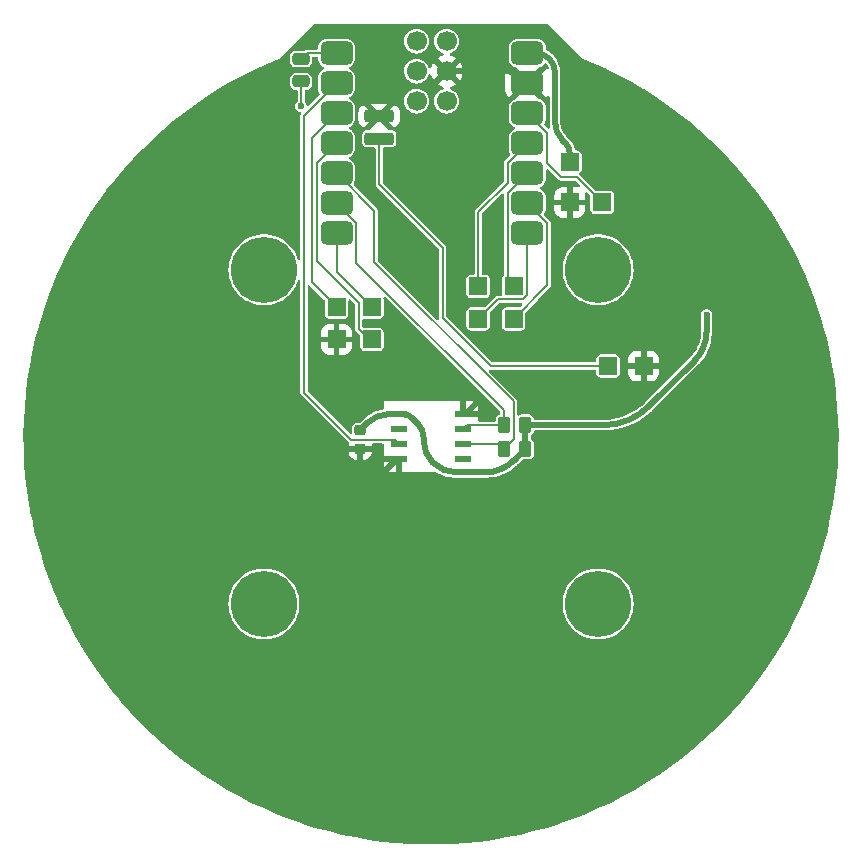
<source format=gtl>
G04 #@! TF.GenerationSoftware,KiCad,Pcbnew,8.0.7*
G04 #@! TF.CreationDate,2024-12-28T18:30:55-05:00*
G04 #@! TF.ProjectId,nob,6e6f622e-6b69-4636-9164-5f7063625858,rev?*
G04 #@! TF.SameCoordinates,Original*
G04 #@! TF.FileFunction,Copper,L1,Top*
G04 #@! TF.FilePolarity,Positive*
%FSLAX46Y46*%
G04 Gerber Fmt 4.6, Leading zero omitted, Abs format (unit mm)*
G04 Created by KiCad (PCBNEW 8.0.7) date 2024-12-28 18:30:55*
%MOMM*%
%LPD*%
G01*
G04 APERTURE LIST*
G04 Aperture macros list*
%AMRoundRect*
0 Rectangle with rounded corners*
0 $1 Rounding radius*
0 $2 $3 $4 $5 $6 $7 $8 $9 X,Y pos of 4 corners*
0 Add a 4 corners polygon primitive as box body*
4,1,4,$2,$3,$4,$5,$6,$7,$8,$9,$2,$3,0*
0 Add four circle primitives for the rounded corners*
1,1,$1+$1,$2,$3*
1,1,$1+$1,$4,$5*
1,1,$1+$1,$6,$7*
1,1,$1+$1,$8,$9*
0 Add four rect primitives between the rounded corners*
20,1,$1+$1,$2,$3,$4,$5,0*
20,1,$1+$1,$4,$5,$6,$7,0*
20,1,$1+$1,$6,$7,$8,$9,0*
20,1,$1+$1,$8,$9,$2,$3,0*%
G04 Aperture macros list end*
G04 #@! TA.AperFunction,ComponentPad*
%ADD10RoundRect,0.250000X0.550000X0.550000X-0.550000X0.550000X-0.550000X-0.550000X0.550000X-0.550000X0*%
G04 #@! TD*
G04 #@! TA.AperFunction,ComponentPad*
%ADD11RoundRect,0.250000X-0.550000X-0.550000X0.550000X-0.550000X0.550000X0.550000X-0.550000X0.550000X0*%
G04 #@! TD*
G04 #@! TA.AperFunction,ComponentPad*
%ADD12C,3.600000*%
G04 #@! TD*
G04 #@! TA.AperFunction,ConnectorPad*
%ADD13C,5.600000*%
G04 #@! TD*
G04 #@! TA.AperFunction,SMDPad,CuDef*
%ADD14RoundRect,0.250000X0.262500X0.450000X-0.262500X0.450000X-0.262500X-0.450000X0.262500X-0.450000X0*%
G04 #@! TD*
G04 #@! TA.AperFunction,SMDPad,CuDef*
%ADD15RoundRect,0.250000X0.475000X-0.250000X0.475000X0.250000X-0.475000X0.250000X-0.475000X-0.250000X0*%
G04 #@! TD*
G04 #@! TA.AperFunction,SMDPad,CuDef*
%ADD16RoundRect,0.500000X-0.875000X-0.500000X0.875000X-0.500000X0.875000X0.500000X-0.875000X0.500000X0*%
G04 #@! TD*
G04 #@! TA.AperFunction,SMDPad,CuDef*
%ADD17RoundRect,0.275000X0.975000X0.275000X-0.975000X0.275000X-0.975000X-0.275000X0.975000X-0.275000X0*%
G04 #@! TD*
G04 #@! TA.AperFunction,SMDPad,CuDef*
%ADD18C,1.700000*%
G04 #@! TD*
G04 #@! TA.AperFunction,SMDPad,CuDef*
%ADD19R,1.400000X0.600000*%
G04 #@! TD*
G04 #@! TA.AperFunction,SMDPad,CuDef*
%ADD20RoundRect,0.225000X-0.250000X0.225000X-0.250000X-0.225000X0.250000X-0.225000X0.250000X0.225000X0*%
G04 #@! TD*
G04 #@! TA.AperFunction,SMDPad,CuDef*
%ADD21RoundRect,0.250000X-0.262500X-0.450000X0.262500X-0.450000X0.262500X0.450000X-0.262500X0.450000X0*%
G04 #@! TD*
G04 #@! TA.AperFunction,ViaPad*
%ADD22C,0.600000*%
G04 #@! TD*
G04 #@! TA.AperFunction,Conductor*
%ADD23C,0.200000*%
G04 #@! TD*
G04 #@! TA.AperFunction,Conductor*
%ADD24C,0.500000*%
G04 #@! TD*
G04 APERTURE END LIST*
D10*
X137000000Y-60000000D03*
D11*
X137000000Y-57250000D03*
D10*
X141750000Y-50150000D03*
D12*
X115857864Y-55857864D03*
D13*
X115857864Y-55857864D03*
D14*
X138000000Y-69000000D03*
X136175000Y-69000000D03*
D15*
X119000000Y-39900000D03*
X119000000Y-38000000D03*
D16*
X122000000Y-37500000D03*
X122000000Y-40040000D03*
X122000000Y-42580000D03*
X122000000Y-45120000D03*
X122000000Y-47660000D03*
X122000000Y-50200000D03*
X122000000Y-52740000D03*
X138165000Y-52740000D03*
X138165000Y-50200000D03*
X138165000Y-47660000D03*
X138165000Y-45120000D03*
X138165000Y-42580000D03*
X138165000Y-40040000D03*
X138165000Y-37500000D03*
D17*
X125610000Y-44738000D03*
X125610000Y-42833000D03*
D18*
X128785000Y-36488000D03*
X131325000Y-36488000D03*
X128785000Y-39028000D03*
X131325000Y-39028000D03*
X128785000Y-41568000D03*
X131325000Y-41568000D03*
D12*
X115857864Y-84142136D03*
D13*
X115857864Y-84142136D03*
D19*
X127300000Y-68095000D03*
X127300000Y-69365000D03*
X127300000Y-70635000D03*
X127300000Y-71905000D03*
X132700000Y-71905000D03*
X132700000Y-70635000D03*
X132700000Y-69365000D03*
X132700000Y-68095000D03*
D11*
X122000000Y-59000000D03*
D12*
X144142136Y-84142136D03*
D13*
X144142136Y-84142136D03*
D11*
X125000000Y-61750000D03*
D20*
X124000000Y-69450000D03*
X124000000Y-71000000D03*
D10*
X134000000Y-60000000D03*
D11*
X144500000Y-50150000D03*
X134000000Y-57250000D03*
X122000000Y-61750000D03*
D12*
X144142136Y-55857864D03*
D13*
X144142136Y-55857864D03*
D11*
X125000000Y-59000000D03*
D21*
X136175000Y-71000000D03*
X138000000Y-71000000D03*
D10*
X141750000Y-46750000D03*
D11*
X145000000Y-64000000D03*
X148000000Y-64000000D03*
D22*
X119000000Y-42000000D03*
X135500000Y-39028000D03*
X134500000Y-39028000D03*
X153326820Y-59673675D03*
D23*
X119000000Y-39900000D02*
X119000000Y-42000000D01*
X136175000Y-69000000D02*
X136175000Y-67740686D01*
X136175000Y-67740686D02*
X123675000Y-55240686D01*
X133065000Y-69000000D02*
X132700000Y-69365000D01*
X136175000Y-69000000D02*
X133065000Y-69000000D01*
X123675000Y-55240686D02*
X123675000Y-51875000D01*
X123675000Y-51875000D02*
X122000000Y-50200000D01*
X132700000Y-70635000D02*
X135810000Y-70635000D01*
X136987500Y-70187500D02*
X136175000Y-71000000D01*
X136987500Y-66987500D02*
X136987500Y-70187500D01*
X122000000Y-47660000D02*
X125210000Y-50870000D01*
X125210000Y-50870000D02*
X125210000Y-55210000D01*
X135810000Y-70635000D02*
X136175000Y-71000000D01*
X125210000Y-55210000D02*
X136987500Y-66987500D01*
X119250000Y-66250000D02*
X123250000Y-70250000D01*
X126915000Y-70250000D02*
X127300000Y-70635000D01*
X119250000Y-42790000D02*
X119250000Y-66250000D01*
X122000000Y-40040000D02*
X119250000Y-42790000D01*
X123250000Y-70250000D02*
X126915000Y-70250000D01*
X142350000Y-48000000D02*
X144500000Y-50150000D01*
X139840000Y-46840000D02*
X141000000Y-48000000D01*
X139840000Y-44255000D02*
X139840000Y-46840000D01*
X141000000Y-48000000D02*
X142350000Y-48000000D01*
X138165000Y-42580000D02*
X139840000Y-44255000D01*
X135057628Y-64000000D02*
X145000000Y-64000000D01*
X125610000Y-44738000D02*
X125610000Y-48610000D01*
X131000000Y-59942372D02*
X135057628Y-64000000D01*
X125610000Y-48610000D02*
X131000000Y-54000000D01*
X131000000Y-54000000D02*
X131000000Y-59942372D01*
X119925000Y-56925000D02*
X119925000Y-44655000D01*
X122000000Y-59000000D02*
X119925000Y-56925000D01*
X119925000Y-44655000D02*
X122000000Y-42580000D01*
X120325000Y-46795000D02*
X120325000Y-55075000D01*
X123900000Y-60900000D02*
X125000000Y-62000000D01*
X122000000Y-45120000D02*
X120325000Y-46795000D01*
X123900000Y-58650000D02*
X123900000Y-60900000D01*
X120325000Y-55075000D02*
X123900000Y-58650000D01*
X125000000Y-59000000D02*
X122000000Y-56000000D01*
X122000000Y-56000000D02*
X122000000Y-52740000D01*
X134000000Y-60000000D02*
X135650000Y-58350000D01*
X137784744Y-58350000D02*
X138165000Y-57969744D01*
X138165000Y-57969744D02*
X138165000Y-52740000D01*
X135650000Y-58350000D02*
X137784744Y-58350000D01*
X139840000Y-57160000D02*
X137000000Y-60000000D01*
X138165000Y-50226358D02*
X139840000Y-51901358D01*
X138165000Y-50200000D02*
X138165000Y-50226358D01*
X139840000Y-51901358D02*
X139840000Y-57160000D01*
X136490000Y-56490000D02*
X136490000Y-49335000D01*
X136490000Y-49335000D02*
X138165000Y-47660000D01*
X137000000Y-57000000D02*
X136490000Y-56490000D01*
X136490000Y-48498642D02*
X134000000Y-50988642D01*
X136490000Y-46795000D02*
X136490000Y-48498642D01*
X134000000Y-50988642D02*
X134000000Y-57000000D01*
X138165000Y-45120000D02*
X136490000Y-46795000D01*
X119500000Y-37500000D02*
X119000000Y-38000000D01*
X122000000Y-37500000D02*
X119500000Y-37500000D01*
D24*
X134809398Y-39028000D02*
X134500000Y-39028000D01*
X127300000Y-72007500D02*
X127300000Y-73700000D01*
X135826499Y-39028000D02*
X135979226Y-39028000D01*
X135826499Y-39028000D02*
X135500000Y-39028000D01*
X132977478Y-68022521D02*
X134000000Y-67000000D01*
X132711375Y-39028000D02*
X131787125Y-39028000D01*
X136284680Y-39028000D02*
X135979226Y-39028000D01*
X131787125Y-39028000D02*
X131325000Y-39028000D01*
X127197500Y-71905000D02*
X125505000Y-71905000D01*
X127022521Y-71977478D02*
X126010000Y-72990000D01*
X132850000Y-66150000D02*
X133000000Y-66000000D01*
X136437407Y-39028000D02*
X136284680Y-39028000D01*
X134809398Y-39028000D02*
X135215592Y-39028000D01*
X132700000Y-67992500D02*
X132700000Y-66512132D01*
X135500000Y-39028000D02*
X135215592Y-39028000D01*
X137659000Y-39534000D02*
X138165000Y-40040000D01*
X132802500Y-68095000D02*
X134905000Y-68095000D01*
X133386102Y-39028000D02*
X132711375Y-39028000D01*
X134500000Y-39028000D02*
X133386102Y-39028000D01*
X132700000Y-67992500D02*
G75*
G03*
X132802500Y-68095000I102500J0D01*
G01*
X132802500Y-68095000D02*
X132802500Y-68095000D01*
X127197500Y-71905000D02*
X127197500Y-71905000D01*
X132802500Y-68095000D02*
G75*
G03*
X132977487Y-68022530I0J247500D01*
G01*
X127300000Y-72007500D02*
G75*
G03*
X127197500Y-71905000I-102500J0D01*
G01*
X127300000Y-72007500D02*
G75*
G03*
X127197500Y-71905000I-102500J0D01*
G01*
X132700000Y-67992500D02*
G75*
G03*
X132802500Y-68095000I102500J0D01*
G01*
X136437407Y-39028000D02*
G75*
G02*
X137658998Y-39534002I-7J-1727600D01*
G01*
X132700000Y-66512132D02*
G75*
G02*
X132849991Y-66149991I512100J32D01*
G01*
X127022521Y-71977478D02*
G75*
G02*
X127197500Y-71905012I174979J-175022D01*
G01*
X144599676Y-69000000D02*
X138000000Y-69000000D01*
X132137963Y-73000000D02*
X134585786Y-73000000D01*
X148447432Y-67406207D02*
X152318080Y-63535558D01*
X126313129Y-68095000D02*
X127399375Y-68095000D01*
X127598125Y-68095000D02*
X127399375Y-68095000D01*
X138000000Y-71000000D02*
X137000000Y-72000000D01*
X141125000Y-44848180D02*
X141386964Y-45110144D01*
X138861177Y-37500000D02*
X138165000Y-37500000D01*
X124677500Y-68772500D02*
X124000000Y-69450000D01*
X140500000Y-43339296D02*
X140500000Y-39138822D01*
X129390676Y-70390676D02*
X129390676Y-70108107D01*
X141750000Y-45986590D02*
X141750000Y-46500000D01*
X153326820Y-59673675D02*
X153326820Y-61100247D01*
X130195338Y-72195338D02*
X130097782Y-72097782D01*
X138000000Y-71000000D02*
X138000000Y-69000000D01*
X128376074Y-68376074D02*
X128883375Y-68883375D01*
X127697500Y-68095000D02*
X127598125Y-68095000D01*
X148447432Y-67406207D02*
G75*
G02*
X144599676Y-68999968I-3847732J3847807D01*
G01*
X141125000Y-44848180D02*
G75*
G02*
X140500007Y-43339296I1508900J1508880D01*
G01*
X138861177Y-37500000D02*
G75*
G02*
X140020007Y-37979993I23J-1638800D01*
G01*
X140020000Y-37980000D02*
G75*
G02*
X140499991Y-39138822I-1158800J-1158800D01*
G01*
X137000000Y-72000000D02*
G75*
G02*
X134585786Y-72999994I-2414200J2414200D01*
G01*
X141750000Y-45986590D02*
G75*
G03*
X141386963Y-45110145I-1239500J-10D01*
G01*
X132137963Y-73000000D02*
G75*
G02*
X130195354Y-72195322I37J2747300D01*
G01*
X152318080Y-63535558D02*
G75*
G03*
X153326861Y-61100247I-2435280J2435358D01*
G01*
X124677500Y-68772500D02*
G75*
G02*
X126313129Y-68095012I1635600J-1635600D01*
G01*
X128376074Y-68376074D02*
G75*
G03*
X127697500Y-68094985I-678574J-678526D01*
G01*
X129390676Y-70108107D02*
G75*
G03*
X128883388Y-68883362I-1732076J7D01*
G01*
X129390676Y-70390676D02*
G75*
G03*
X130097768Y-72097796I2414224J-24D01*
G01*
G04 #@! TA.AperFunction,Conductor*
G36*
X119755703Y-57181120D02*
G01*
X119762181Y-57187152D01*
X120963181Y-58388152D01*
X120996666Y-58449475D01*
X120999500Y-58475833D01*
X120999500Y-59604269D01*
X121002353Y-59634699D01*
X121002353Y-59634701D01*
X121047206Y-59762880D01*
X121047207Y-59762882D01*
X121127850Y-59872150D01*
X121237118Y-59952793D01*
X121279845Y-59967744D01*
X121365299Y-59997646D01*
X121395730Y-60000500D01*
X121395734Y-60000500D01*
X122604270Y-60000500D01*
X122634699Y-59997646D01*
X122634701Y-59997646D01*
X122698941Y-59975167D01*
X122762882Y-59952793D01*
X122872150Y-59872150D01*
X122952793Y-59762882D01*
X122984008Y-59673675D01*
X122997646Y-59634701D01*
X122997646Y-59634699D01*
X123000500Y-59604269D01*
X123000500Y-58474833D01*
X123020185Y-58407794D01*
X123072989Y-58362039D01*
X123142147Y-58352095D01*
X123205703Y-58381120D01*
X123212181Y-58387152D01*
X123563181Y-58738152D01*
X123596666Y-58799475D01*
X123599500Y-58825833D01*
X123599500Y-60939562D01*
X123619979Y-61015989D01*
X123619980Y-61015990D01*
X123634387Y-61040945D01*
X123659537Y-61084507D01*
X123659541Y-61084512D01*
X123963181Y-61388152D01*
X123996666Y-61449475D01*
X123999500Y-61475833D01*
X123999500Y-62354269D01*
X124002353Y-62384699D01*
X124002353Y-62384701D01*
X124047206Y-62512880D01*
X124047207Y-62512882D01*
X124127850Y-62622150D01*
X124237118Y-62702793D01*
X124279845Y-62717744D01*
X124365299Y-62747646D01*
X124395730Y-62750500D01*
X124395734Y-62750500D01*
X125604270Y-62750500D01*
X125634699Y-62747646D01*
X125634701Y-62747646D01*
X125698790Y-62725219D01*
X125762882Y-62702793D01*
X125872150Y-62622150D01*
X125952793Y-62512882D01*
X125975219Y-62448790D01*
X125997646Y-62384701D01*
X125997646Y-62384699D01*
X126000500Y-62354269D01*
X126000500Y-61145730D01*
X125997646Y-61115300D01*
X125997646Y-61115298D01*
X125962895Y-61015988D01*
X125952793Y-60987118D01*
X125872150Y-60877850D01*
X125762882Y-60797207D01*
X125762880Y-60797206D01*
X125634700Y-60752353D01*
X125604270Y-60749500D01*
X125604266Y-60749500D01*
X124395734Y-60749500D01*
X124395730Y-60749500D01*
X124365300Y-60752353D01*
X124357927Y-60753964D01*
X124357650Y-60752698D01*
X124295673Y-60755861D01*
X124235046Y-60721130D01*
X124202821Y-60659136D01*
X124200500Y-60635258D01*
X124200500Y-60114741D01*
X124220185Y-60047702D01*
X124272989Y-60001947D01*
X124342147Y-59992003D01*
X124364644Y-59997503D01*
X124365300Y-59997646D01*
X124395730Y-60000500D01*
X124395734Y-60000500D01*
X125604270Y-60000500D01*
X125634699Y-59997646D01*
X125634701Y-59997646D01*
X125698941Y-59975167D01*
X125762882Y-59952793D01*
X125872150Y-59872150D01*
X125952793Y-59762882D01*
X125984008Y-59673675D01*
X125997646Y-59634701D01*
X125997646Y-59634699D01*
X126000500Y-59604269D01*
X126000500Y-58395730D01*
X125997646Y-58365301D01*
X125993025Y-58352095D01*
X125974155Y-58298169D01*
X125970593Y-58228393D01*
X126005321Y-58167766D01*
X126067314Y-58135538D01*
X126136890Y-58141942D01*
X126178878Y-58169535D01*
X135838181Y-67828838D01*
X135871666Y-67890161D01*
X135874500Y-67916519D01*
X135874500Y-67998030D01*
X135854815Y-68065069D01*
X135802011Y-68110824D01*
X135791456Y-68115071D01*
X135699617Y-68147207D01*
X135590350Y-68227850D01*
X135509707Y-68337117D01*
X135509706Y-68337119D01*
X135464853Y-68465298D01*
X135464853Y-68465300D01*
X135462000Y-68495730D01*
X135462000Y-68575500D01*
X135442315Y-68642539D01*
X135389511Y-68688294D01*
X135338000Y-68699500D01*
X134124000Y-68699500D01*
X134056961Y-68679815D01*
X134011206Y-68627011D01*
X134000000Y-68575500D01*
X134000000Y-67000000D01*
X126000000Y-67000000D01*
X126000000Y-67550888D01*
X125980315Y-67617927D01*
X125927511Y-67663682D01*
X125900193Y-67672504D01*
X125830042Y-67686458D01*
X125640812Y-67724095D01*
X125428253Y-67788573D01*
X125380971Y-67802916D01*
X125380968Y-67802917D01*
X125380962Y-67802919D01*
X125130108Y-67906825D01*
X125130096Y-67906830D01*
X124890633Y-68034825D01*
X124890615Y-68034836D01*
X124664843Y-68185691D01*
X124454957Y-68357941D01*
X124404011Y-68408886D01*
X124403952Y-68408942D01*
X124049716Y-68763181D01*
X123988393Y-68796666D01*
X123962035Y-68799500D01*
X123716507Y-68799500D01*
X123616878Y-68815279D01*
X123496778Y-68876473D01*
X123496774Y-68876476D01*
X123401476Y-68971774D01*
X123401473Y-68971778D01*
X123340279Y-69091878D01*
X123324500Y-69191506D01*
X123324500Y-69600167D01*
X123304815Y-69667206D01*
X123252011Y-69712961D01*
X123182853Y-69722905D01*
X123119297Y-69693880D01*
X123112819Y-69687848D01*
X119586819Y-66161848D01*
X119553334Y-66100525D01*
X119550500Y-66074167D01*
X119550500Y-62349986D01*
X120700001Y-62349986D01*
X120710494Y-62452697D01*
X120765641Y-62619119D01*
X120765643Y-62619124D01*
X120857684Y-62768345D01*
X120981654Y-62892315D01*
X121130875Y-62984356D01*
X121130880Y-62984358D01*
X121297302Y-63039505D01*
X121297309Y-63039506D01*
X121400019Y-63049999D01*
X121749999Y-63049999D01*
X122250000Y-63049999D01*
X122599972Y-63049999D01*
X122599986Y-63049998D01*
X122702697Y-63039505D01*
X122869119Y-62984358D01*
X122869124Y-62984356D01*
X123018345Y-62892315D01*
X123142315Y-62768345D01*
X123234356Y-62619124D01*
X123234358Y-62619119D01*
X123289505Y-62452697D01*
X123289506Y-62452690D01*
X123299999Y-62349986D01*
X123300000Y-62349973D01*
X123300000Y-62000000D01*
X122250000Y-62000000D01*
X122250000Y-63049999D01*
X121749999Y-63049999D01*
X121750000Y-63049998D01*
X121750000Y-62000000D01*
X120700001Y-62000000D01*
X120700001Y-62349986D01*
X119550500Y-62349986D01*
X119550500Y-61710504D01*
X121700000Y-61710504D01*
X121700000Y-61789496D01*
X121720444Y-61865796D01*
X121759940Y-61934205D01*
X121815795Y-61990060D01*
X121884204Y-62029556D01*
X121960504Y-62050000D01*
X122039496Y-62050000D01*
X122115796Y-62029556D01*
X122184205Y-61990060D01*
X122240060Y-61934205D01*
X122279556Y-61865796D01*
X122300000Y-61789496D01*
X122300000Y-61710504D01*
X122279556Y-61634204D01*
X122240060Y-61565795D01*
X122184205Y-61509940D01*
X122166988Y-61500000D01*
X122250000Y-61500000D01*
X123299999Y-61500000D01*
X123299999Y-61150028D01*
X123299998Y-61150013D01*
X123289505Y-61047302D01*
X123234358Y-60880880D01*
X123234356Y-60880875D01*
X123142315Y-60731654D01*
X123018345Y-60607684D01*
X122869124Y-60515643D01*
X122869119Y-60515641D01*
X122702697Y-60460494D01*
X122702690Y-60460493D01*
X122599986Y-60450000D01*
X122250000Y-60450000D01*
X122250000Y-61500000D01*
X122166988Y-61500000D01*
X122115796Y-61470444D01*
X122039496Y-61450000D01*
X121960504Y-61450000D01*
X121884204Y-61470444D01*
X121815795Y-61509940D01*
X121759940Y-61565795D01*
X121720444Y-61634204D01*
X121700000Y-61710504D01*
X119550500Y-61710504D01*
X119550500Y-61150013D01*
X120700000Y-61150013D01*
X120700000Y-61500000D01*
X121750000Y-61500000D01*
X121750000Y-60450000D01*
X121400028Y-60450000D01*
X121400012Y-60450001D01*
X121297302Y-60460494D01*
X121130880Y-60515641D01*
X121130875Y-60515643D01*
X120981654Y-60607684D01*
X120857684Y-60731654D01*
X120765643Y-60880875D01*
X120765641Y-60880880D01*
X120710494Y-61047302D01*
X120710493Y-61047309D01*
X120700000Y-61150013D01*
X119550500Y-61150013D01*
X119550500Y-57274833D01*
X119570185Y-57207794D01*
X119622989Y-57162039D01*
X119692147Y-57152095D01*
X119755703Y-57181120D01*
G37*
G04 #@! TD.AperFunction*
G04 #@! TA.AperFunction,Conductor*
G36*
X139898636Y-35019685D02*
G01*
X139920704Y-35037768D01*
X142618105Y-37825083D01*
X142626442Y-37834630D01*
X142644407Y-37857461D01*
X142647420Y-37861289D01*
X142647424Y-37861292D01*
X142660216Y-37870862D01*
X142675044Y-37883920D01*
X142686162Y-37895409D01*
X142715263Y-37912853D01*
X142725784Y-37919915D01*
X142752940Y-37940231D01*
X142763453Y-37944436D01*
X142767780Y-37946167D01*
X142785483Y-37954943D01*
X142799195Y-37963163D01*
X142827279Y-37971183D01*
X142841225Y-37976081D01*
X143889964Y-38416326D01*
X143893768Y-38418000D01*
X144887642Y-38875406D01*
X144951735Y-38904903D01*
X144955515Y-38906720D01*
X145350169Y-39104815D01*
X145996425Y-39429200D01*
X146000147Y-39431148D01*
X147022750Y-39988578D01*
X147026404Y-39990651D01*
X147910903Y-40512417D01*
X148029495Y-40582374D01*
X148033077Y-40584569D01*
X149015622Y-41209974D01*
X149019098Y-41212270D01*
X149979868Y-41870579D01*
X149983229Y-41872965D01*
X150921221Y-42563491D01*
X150924524Y-42566011D01*
X150997420Y-42623582D01*
X151838509Y-43287850D01*
X151841761Y-43290509D01*
X152730790Y-44042906D01*
X152733890Y-44045621D01*
X153264644Y-44526590D01*
X153596947Y-44827723D01*
X153600011Y-44830596D01*
X154436036Y-45641437D01*
X154439002Y-45644413D01*
X155247082Y-46483106D01*
X155249945Y-46486180D01*
X155423528Y-46679004D01*
X155805559Y-47103384D01*
X156029157Y-47351767D01*
X156031908Y-47354929D01*
X156422723Y-47819813D01*
X156781366Y-48246427D01*
X156784014Y-48249688D01*
X157502809Y-49166016D01*
X157505346Y-49169364D01*
X158192740Y-50109578D01*
X158195161Y-50113011D01*
X158850270Y-51075905D01*
X158852574Y-51079417D01*
X159086741Y-51449998D01*
X159346954Y-51861798D01*
X159474727Y-52064004D01*
X159476910Y-52067593D01*
X160065330Y-53072644D01*
X160067391Y-53076305D01*
X160389394Y-53671681D01*
X160614638Y-54088152D01*
X160621445Y-54100737D01*
X160623380Y-54104465D01*
X161142393Y-55147029D01*
X161144202Y-55150820D01*
X161627643Y-56210451D01*
X161629321Y-56214302D01*
X162076570Y-57289645D01*
X162078117Y-57293551D01*
X162488682Y-58383417D01*
X162490096Y-58387372D01*
X162863508Y-59490517D01*
X162864788Y-59494518D01*
X163002799Y-59952793D01*
X163198992Y-60604269D01*
X163200635Y-60609723D01*
X163201776Y-60613761D01*
X163207464Y-60635258D01*
X163499650Y-61739682D01*
X163500655Y-61743760D01*
X163760217Y-62879105D01*
X163761084Y-62883215D01*
X163875115Y-63473340D01*
X163952680Y-63874755D01*
X163982044Y-64026715D01*
X163982771Y-64030853D01*
X164164873Y-65181191D01*
X164165459Y-65185350D01*
X164308487Y-66341154D01*
X164308933Y-66345332D01*
X164412734Y-67505380D01*
X164413037Y-67509569D01*
X164477486Y-68672433D01*
X164477647Y-68676631D01*
X164502668Y-69841004D01*
X164502687Y-69845204D01*
X164488256Y-71009758D01*
X164488133Y-71013957D01*
X164434264Y-72177353D01*
X164433999Y-72181546D01*
X164340753Y-73342464D01*
X164340346Y-73346645D01*
X164207830Y-74503753D01*
X164207281Y-74507917D01*
X164035655Y-75659826D01*
X164034966Y-75663970D01*
X163824415Y-76809432D01*
X163823586Y-76813550D01*
X163574352Y-77951246D01*
X163573383Y-77955334D01*
X163285768Y-79083891D01*
X163284662Y-79087943D01*
X162958979Y-80206134D01*
X162957736Y-80210147D01*
X162594364Y-81316660D01*
X162592986Y-81320628D01*
X162192346Y-82414199D01*
X162190834Y-82418119D01*
X161753382Y-83497484D01*
X161751739Y-83501349D01*
X161277970Y-84565301D01*
X161276196Y-84569109D01*
X160766681Y-85616361D01*
X160764780Y-85620107D01*
X160220065Y-86649536D01*
X160218038Y-86653215D01*
X159638773Y-87663594D01*
X159636622Y-87667203D01*
X159023457Y-88657394D01*
X159021185Y-88660927D01*
X158374846Y-89629760D01*
X158372456Y-89633214D01*
X157693672Y-90579599D01*
X157691166Y-90582971D01*
X156980720Y-91505815D01*
X156978102Y-91509100D01*
X156236774Y-92407391D01*
X156234045Y-92410585D01*
X155462765Y-93283191D01*
X155459931Y-93286291D01*
X154659481Y-94132331D01*
X154656542Y-94135333D01*
X153827942Y-94953728D01*
X153824904Y-94956629D01*
X152969026Y-95746520D01*
X152965891Y-95749316D01*
X152083772Y-96509742D01*
X152080545Y-96512430D01*
X151173170Y-97242546D01*
X151169853Y-97245124D01*
X150238253Y-97944097D01*
X150234850Y-97946561D01*
X149280134Y-98613560D01*
X149276651Y-98615907D01*
X148299863Y-99250204D01*
X148296301Y-99252432D01*
X147298607Y-99853268D01*
X147294972Y-99855374D01*
X146277482Y-100422080D01*
X146273778Y-100424061D01*
X145237713Y-100955960D01*
X145233944Y-100957815D01*
X144180411Y-101454337D01*
X144176582Y-101456063D01*
X143106878Y-101916597D01*
X143102992Y-101918193D01*
X142018269Y-102342242D01*
X142014331Y-102343705D01*
X140915888Y-102730762D01*
X140911903Y-102732091D01*
X139800970Y-103081722D01*
X139796942Y-103082915D01*
X138674774Y-103394726D01*
X138670709Y-103395781D01*
X137538690Y-103669386D01*
X137534590Y-103670304D01*
X136393905Y-103905419D01*
X136389777Y-103906197D01*
X135241803Y-104102535D01*
X135237651Y-104103173D01*
X134083680Y-104260516D01*
X134079509Y-104261013D01*
X132920854Y-104379181D01*
X132916668Y-104379536D01*
X131754721Y-104458386D01*
X131750526Y-104458600D01*
X130586521Y-104498050D01*
X130582321Y-104498121D01*
X129417679Y-104498121D01*
X129413479Y-104498050D01*
X128249473Y-104458600D01*
X128245278Y-104458386D01*
X127083331Y-104379536D01*
X127079145Y-104379181D01*
X125920490Y-104261013D01*
X125916319Y-104260516D01*
X124762348Y-104103173D01*
X124758196Y-104102535D01*
X123610222Y-103906197D01*
X123606094Y-103905419D01*
X122465409Y-103670304D01*
X122461309Y-103669386D01*
X121329290Y-103395781D01*
X121325225Y-103394726D01*
X120203057Y-103082915D01*
X120199029Y-103081722D01*
X119088096Y-102732091D01*
X119084111Y-102730762D01*
X117985668Y-102343705D01*
X117981730Y-102342242D01*
X116897007Y-101918193D01*
X116893121Y-101916597D01*
X115823417Y-101456063D01*
X115819588Y-101454337D01*
X114766055Y-100957815D01*
X114762286Y-100955960D01*
X113726221Y-100424061D01*
X113722517Y-100422080D01*
X112705027Y-99855374D01*
X112701392Y-99853268D01*
X111703698Y-99252432D01*
X111700136Y-99250204D01*
X110723348Y-98615907D01*
X110719865Y-98613560D01*
X110265709Y-98296270D01*
X109765131Y-97946548D01*
X109761764Y-97944110D01*
X108830145Y-97245123D01*
X108826829Y-97242546D01*
X107919454Y-96512430D01*
X107916227Y-96509742D01*
X107345916Y-96018108D01*
X107034092Y-95749302D01*
X107030989Y-95746534D01*
X106438783Y-95199987D01*
X106175095Y-94956629D01*
X106172057Y-94953728D01*
X105343457Y-94135333D01*
X105340518Y-94132331D01*
X104540068Y-93286291D01*
X104537234Y-93283191D01*
X103917546Y-92582092D01*
X103765936Y-92410564D01*
X103763243Y-92407412D01*
X103392561Y-91958245D01*
X103021897Y-91509100D01*
X103019279Y-91505815D01*
X102308833Y-90582971D01*
X102306327Y-90579599D01*
X101627543Y-89633214D01*
X101625153Y-89629760D01*
X100978814Y-88660927D01*
X100976542Y-88657394D01*
X100363377Y-87667203D01*
X100361226Y-87663594D01*
X99781961Y-86653215D01*
X99779934Y-86649536D01*
X99327092Y-85793733D01*
X99235215Y-85620100D01*
X99233318Y-85616361D01*
X99016204Y-85170108D01*
X98723803Y-84569109D01*
X98722029Y-84565301D01*
X98533595Y-84142132D01*
X112852279Y-84142132D01*
X112852279Y-84142139D01*
X112872602Y-84491063D01*
X112872603Y-84491074D01*
X112933292Y-84835263D01*
X112933294Y-84835270D01*
X113033538Y-85170108D01*
X113171971Y-85491031D01*
X113171977Y-85491044D01*
X113346734Y-85793733D01*
X113555448Y-86074085D01*
X113555453Y-86074091D01*
X113679327Y-86205389D01*
X113795306Y-86328319D01*
X113971767Y-86476387D01*
X114063050Y-86552983D01*
X114063058Y-86552989D01*
X114355067Y-86745047D01*
X114355071Y-86745049D01*
X114667413Y-86901913D01*
X114995853Y-87021455D01*
X115335950Y-87102059D01*
X115683105Y-87142636D01*
X115683112Y-87142636D01*
X116032616Y-87142636D01*
X116032623Y-87142636D01*
X116379778Y-87102059D01*
X116719875Y-87021455D01*
X117048315Y-86901913D01*
X117360657Y-86745049D01*
X117652675Y-86552985D01*
X117920422Y-86328319D01*
X118160276Y-86074089D01*
X118368994Y-85793732D01*
X118543753Y-85491040D01*
X118682190Y-85170107D01*
X118782433Y-84835272D01*
X118829365Y-84569109D01*
X118843124Y-84491074D01*
X118843123Y-84491074D01*
X118843126Y-84491063D01*
X118863449Y-84142136D01*
X118863449Y-84142132D01*
X141136551Y-84142132D01*
X141136551Y-84142139D01*
X141156874Y-84491063D01*
X141156875Y-84491074D01*
X141217564Y-84835263D01*
X141217566Y-84835270D01*
X141317810Y-85170108D01*
X141456243Y-85491031D01*
X141456249Y-85491044D01*
X141631006Y-85793733D01*
X141839720Y-86074085D01*
X141839725Y-86074091D01*
X141963599Y-86205389D01*
X142079578Y-86328319D01*
X142256039Y-86476387D01*
X142347322Y-86552983D01*
X142347330Y-86552989D01*
X142639339Y-86745047D01*
X142639343Y-86745049D01*
X142951685Y-86901913D01*
X143280125Y-87021455D01*
X143620222Y-87102059D01*
X143967377Y-87142636D01*
X143967384Y-87142636D01*
X144316888Y-87142636D01*
X144316895Y-87142636D01*
X144664050Y-87102059D01*
X145004147Y-87021455D01*
X145332587Y-86901913D01*
X145644929Y-86745049D01*
X145936947Y-86552985D01*
X146204694Y-86328319D01*
X146444548Y-86074089D01*
X146653266Y-85793732D01*
X146828025Y-85491040D01*
X146966462Y-85170107D01*
X147066705Y-84835272D01*
X147113637Y-84569109D01*
X147127396Y-84491074D01*
X147127395Y-84491074D01*
X147127398Y-84491063D01*
X147147721Y-84142136D01*
X147127398Y-83793209D01*
X147127396Y-83793197D01*
X147066707Y-83449008D01*
X147066705Y-83449001D01*
X146966461Y-83114163D01*
X146828028Y-82793240D01*
X146828025Y-82793232D01*
X146653266Y-82490540D01*
X146597900Y-82416170D01*
X146444551Y-82210186D01*
X146444546Y-82210180D01*
X146328569Y-82087253D01*
X146204694Y-81955953D01*
X146056624Y-81831708D01*
X145936949Y-81731288D01*
X145936941Y-81731282D01*
X145644932Y-81539224D01*
X145332594Y-81382362D01*
X145332588Y-81382359D01*
X145004148Y-81262817D01*
X145004145Y-81262816D01*
X144664051Y-81182213D01*
X144620655Y-81177140D01*
X144316895Y-81141636D01*
X143967377Y-81141636D01*
X143663616Y-81177140D01*
X143620221Y-81182213D01*
X143620219Y-81182213D01*
X143280126Y-81262816D01*
X143280123Y-81262817D01*
X142951683Y-81382359D01*
X142951677Y-81382362D01*
X142639339Y-81539224D01*
X142347330Y-81731282D01*
X142347322Y-81731288D01*
X142079578Y-81955953D01*
X142079576Y-81955955D01*
X141839725Y-82210180D01*
X141839720Y-82210186D01*
X141631006Y-82490538D01*
X141456249Y-82793227D01*
X141456243Y-82793240D01*
X141317810Y-83114163D01*
X141217566Y-83449001D01*
X141217564Y-83449008D01*
X141156875Y-83793197D01*
X141156874Y-83793208D01*
X141136551Y-84142132D01*
X118863449Y-84142132D01*
X118843126Y-83793209D01*
X118843124Y-83793197D01*
X118782435Y-83449008D01*
X118782433Y-83449001D01*
X118682189Y-83114163D01*
X118543756Y-82793240D01*
X118543753Y-82793232D01*
X118368994Y-82490540D01*
X118313628Y-82416170D01*
X118160279Y-82210186D01*
X118160274Y-82210180D01*
X118044297Y-82087253D01*
X117920422Y-81955953D01*
X117772352Y-81831708D01*
X117652677Y-81731288D01*
X117652669Y-81731282D01*
X117360660Y-81539224D01*
X117048322Y-81382362D01*
X117048316Y-81382359D01*
X116719876Y-81262817D01*
X116719873Y-81262816D01*
X116379779Y-81182213D01*
X116336383Y-81177140D01*
X116032623Y-81141636D01*
X115683105Y-81141636D01*
X115379344Y-81177140D01*
X115335949Y-81182213D01*
X115335947Y-81182213D01*
X114995854Y-81262816D01*
X114995851Y-81262817D01*
X114667411Y-81382359D01*
X114667405Y-81382362D01*
X114355067Y-81539224D01*
X114063058Y-81731282D01*
X114063050Y-81731288D01*
X113795306Y-81955953D01*
X113795304Y-81955955D01*
X113555453Y-82210180D01*
X113555448Y-82210186D01*
X113346734Y-82490538D01*
X113171977Y-82793227D01*
X113171971Y-82793240D01*
X113033538Y-83114163D01*
X112933294Y-83449001D01*
X112933292Y-83449008D01*
X112872603Y-83793197D01*
X112872602Y-83793208D01*
X112852279Y-84142132D01*
X98533595Y-84142132D01*
X98248260Y-83501349D01*
X98246617Y-83497484D01*
X98091262Y-83114163D01*
X97809147Y-82418072D01*
X97807671Y-82414245D01*
X97407013Y-81320628D01*
X97405635Y-81316660D01*
X97348158Y-81141636D01*
X97042249Y-80210104D01*
X97041033Y-80206178D01*
X96715328Y-79087910D01*
X96714240Y-79083924D01*
X96426616Y-77955334D01*
X96425647Y-77951246D01*
X96408071Y-77871017D01*
X96176406Y-76813518D01*
X96175590Y-76809465D01*
X95965026Y-75663928D01*
X95964351Y-75659869D01*
X95792712Y-74507876D01*
X95792174Y-74503793D01*
X95659651Y-73346626D01*
X95659246Y-73342464D01*
X95653838Y-73275139D01*
X95565999Y-72181532D01*
X95565735Y-72177353D01*
X95563582Y-72130859D01*
X95523876Y-71273322D01*
X123025001Y-71273322D01*
X123035144Y-71372607D01*
X123088452Y-71533481D01*
X123088457Y-71533492D01*
X123177424Y-71677728D01*
X123177427Y-71677732D01*
X123297267Y-71797572D01*
X123297271Y-71797575D01*
X123441507Y-71886542D01*
X123441518Y-71886547D01*
X123602393Y-71939855D01*
X123701683Y-71949999D01*
X124250000Y-71949999D01*
X124298308Y-71949999D01*
X124298322Y-71949998D01*
X124397607Y-71939855D01*
X124558481Y-71886547D01*
X124558492Y-71886542D01*
X124702728Y-71797575D01*
X124702732Y-71797572D01*
X124822572Y-71677732D01*
X124822575Y-71677728D01*
X124911542Y-71533492D01*
X124911547Y-71533481D01*
X124964855Y-71372606D01*
X124974999Y-71273322D01*
X124975000Y-71273309D01*
X124975000Y-71250000D01*
X124250000Y-71250000D01*
X124250000Y-71949999D01*
X123701683Y-71949999D01*
X123749999Y-71949998D01*
X123750000Y-71949998D01*
X123750000Y-71250000D01*
X123025001Y-71250000D01*
X123025001Y-71273322D01*
X95523876Y-71273322D01*
X95511864Y-71013903D01*
X95511744Y-71009811D01*
X95497312Y-69845201D01*
X95497331Y-69841004D01*
X95497482Y-69833983D01*
X95522353Y-68676593D01*
X95522511Y-68672472D01*
X95586962Y-67509562D01*
X95587265Y-67505380D01*
X95600840Y-67353667D01*
X95691069Y-66345297D01*
X95691508Y-66341190D01*
X95834547Y-65185299D01*
X95835118Y-65181242D01*
X96017238Y-64030795D01*
X96017942Y-64026784D01*
X96238921Y-62883185D01*
X96239782Y-62879105D01*
X96244680Y-62857684D01*
X96499346Y-61743749D01*
X96500349Y-61739682D01*
X96798237Y-60613705D01*
X96799346Y-60609783D01*
X97135223Y-59494480D01*
X97136478Y-59490555D01*
X97509916Y-58387332D01*
X97511303Y-58383455D01*
X97921899Y-57293506D01*
X97923411Y-57289689D01*
X98370692Y-56214269D01*
X98372342Y-56210482D01*
X98533220Y-55857860D01*
X112852279Y-55857860D01*
X112852279Y-55857867D01*
X112872602Y-56206791D01*
X112872603Y-56206802D01*
X112933292Y-56550991D01*
X112933294Y-56550998D01*
X113033538Y-56885836D01*
X113171971Y-57206759D01*
X113171977Y-57206772D01*
X113346734Y-57509461D01*
X113555448Y-57789813D01*
X113555453Y-57789819D01*
X113651926Y-57892073D01*
X113795306Y-58044047D01*
X113888385Y-58122149D01*
X114063050Y-58268711D01*
X114063058Y-58268717D01*
X114355067Y-58460775D01*
X114501887Y-58534511D01*
X114667413Y-58617641D01*
X114995853Y-58737183D01*
X115335950Y-58817787D01*
X115683105Y-58858364D01*
X115683112Y-58858364D01*
X116032616Y-58858364D01*
X116032623Y-58858364D01*
X116379778Y-58817787D01*
X116719875Y-58737183D01*
X117048315Y-58617641D01*
X117360657Y-58460777D01*
X117652675Y-58268713D01*
X117920422Y-58044047D01*
X118160276Y-57789817D01*
X118368994Y-57509460D01*
X118543753Y-57206768D01*
X118682190Y-56885835D01*
X118706709Y-56803934D01*
X118744794Y-56745358D01*
X118808502Y-56716670D01*
X118877607Y-56726979D01*
X118930169Y-56773012D01*
X118949500Y-56839499D01*
X118949500Y-66289562D01*
X118963152Y-66340513D01*
X118969979Y-66365990D01*
X118969982Y-66365995D01*
X119009535Y-66434504D01*
X119009541Y-66434512D01*
X123022695Y-70447666D01*
X123056180Y-70508989D01*
X123052720Y-70574350D01*
X123035144Y-70627390D01*
X123025000Y-70726677D01*
X123025000Y-70750000D01*
X124974999Y-70750000D01*
X124974999Y-70726692D01*
X124974998Y-70726679D01*
X124970955Y-70687103D01*
X124983724Y-70618410D01*
X125031604Y-70567525D01*
X125094313Y-70550500D01*
X125876000Y-70550500D01*
X125943039Y-70570185D01*
X125988794Y-70622989D01*
X126000000Y-70674500D01*
X126000000Y-73000000D01*
X130463107Y-73000000D01*
X130521560Y-73014641D01*
X130769088Y-73146951D01*
X130981066Y-73234757D01*
X131059367Y-73267192D01*
X131360015Y-73358396D01*
X131360018Y-73358396D01*
X131360026Y-73358399D01*
X131668181Y-73419698D01*
X131980861Y-73450498D01*
X132068657Y-73450498D01*
X132068665Y-73450500D01*
X132078654Y-73450500D01*
X134653695Y-73450500D01*
X134653777Y-73450494D01*
X134754521Y-73450495D01*
X135090711Y-73421083D01*
X135423059Y-73362483D01*
X135749034Y-73275139D01*
X136066156Y-73159716D01*
X136372012Y-73017094D01*
X136664273Y-72848358D01*
X136940716Y-72654791D01*
X137199236Y-72437867D01*
X137259169Y-72377932D01*
X137259174Y-72377929D01*
X137282231Y-72354872D01*
X137282239Y-72354867D01*
X137318551Y-72318551D01*
X137318552Y-72318552D01*
X137339520Y-72297582D01*
X137506243Y-72130859D01*
X137700284Y-71936819D01*
X137761607Y-71903334D01*
X137787965Y-71900500D01*
X138316770Y-71900500D01*
X138347199Y-71897646D01*
X138347201Y-71897646D01*
X138411290Y-71875219D01*
X138475382Y-71852793D01*
X138584650Y-71772150D01*
X138665293Y-71662882D01*
X138687719Y-71598790D01*
X138710146Y-71534701D01*
X138710146Y-71534699D01*
X138713000Y-71504269D01*
X138713000Y-70495730D01*
X138710146Y-70465300D01*
X138710146Y-70465298D01*
X138665293Y-70337119D01*
X138665292Y-70337117D01*
X138657371Y-70326384D01*
X138584650Y-70227850D01*
X138500865Y-70166014D01*
X138458616Y-70110368D01*
X138450500Y-70066245D01*
X138450500Y-69933754D01*
X138470185Y-69866715D01*
X138500862Y-69833987D01*
X138584650Y-69772150D01*
X138665293Y-69662882D01*
X138689762Y-69592953D01*
X138710551Y-69533544D01*
X138751273Y-69476769D01*
X138816226Y-69451022D01*
X138827592Y-69450500D01*
X144666937Y-69450500D01*
X144667434Y-69450467D01*
X144810108Y-69450468D01*
X145229905Y-69420446D01*
X145646490Y-69360552D01*
X146057741Y-69271093D01*
X146461562Y-69152523D01*
X146855896Y-69005447D01*
X147238732Y-68830615D01*
X147608121Y-68628917D01*
X147962181Y-68401381D01*
X148299105Y-68149167D01*
X148617179Y-67873559D01*
X148715138Y-67775600D01*
X148715150Y-67775591D01*
X148729661Y-67761081D01*
X148765980Y-67724761D01*
X148765981Y-67724762D01*
X148807919Y-67682824D01*
X148807919Y-67682822D01*
X148818123Y-67672619D01*
X148818127Y-67672613D01*
X152615989Y-63874751D01*
X152636627Y-63854115D01*
X152636626Y-63854114D01*
X152672928Y-63817816D01*
X152672944Y-63817796D01*
X152678570Y-63812171D01*
X152678571Y-63812168D01*
X152684144Y-63806596D01*
X152684536Y-63806147D01*
X152756835Y-63733852D01*
X152975437Y-63473340D01*
X153170502Y-63194768D01*
X153340545Y-62900254D01*
X153484273Y-62592041D01*
X153513087Y-62512880D01*
X153600585Y-62272493D01*
X153600587Y-62272485D01*
X153600591Y-62272475D01*
X153688614Y-61943986D01*
X153747673Y-61609075D01*
X153777317Y-61270292D01*
X153777317Y-61177919D01*
X153777320Y-61177909D01*
X153777320Y-59919010D01*
X153788525Y-59867500D01*
X153811985Y-59816132D01*
X153832467Y-59673675D01*
X153811985Y-59531218D01*
X153752197Y-59400302D01*
X153657948Y-59291532D01*
X153536873Y-59213722D01*
X153536871Y-59213721D01*
X153536869Y-59213720D01*
X153536870Y-59213720D01*
X153398783Y-59173175D01*
X153398781Y-59173175D01*
X153254859Y-59173175D01*
X153254856Y-59173175D01*
X153116769Y-59213720D01*
X152995693Y-59291531D01*
X152901443Y-59400301D01*
X152901442Y-59400303D01*
X152841654Y-59531218D01*
X152821173Y-59673675D01*
X152841654Y-59816128D01*
X152841654Y-59816129D01*
X152841654Y-59816130D01*
X152841655Y-59816132D01*
X152865114Y-59867500D01*
X152876320Y-59919010D01*
X152876320Y-61097187D01*
X152876171Y-61103274D01*
X152862199Y-61387575D01*
X152861006Y-61399684D01*
X152819684Y-61678231D01*
X152817309Y-61690167D01*
X152748888Y-61963300D01*
X152745356Y-61974944D01*
X152650488Y-62240074D01*
X152645831Y-62251317D01*
X152525428Y-62505876D01*
X152519691Y-62516608D01*
X152374930Y-62758118D01*
X152368169Y-62768235D01*
X152200421Y-62994409D01*
X152192702Y-63003815D01*
X152000984Y-63215338D01*
X151996788Y-63219745D01*
X149091006Y-66125529D01*
X148149192Y-67067343D01*
X148130606Y-67085929D01*
X148127097Y-67089302D01*
X147844683Y-67350357D01*
X147837280Y-67356680D01*
X147537168Y-67593265D01*
X147529291Y-67598988D01*
X147211538Y-67811300D01*
X147203236Y-67816387D01*
X146869813Y-68003110D01*
X146861138Y-68007530D01*
X146514092Y-68167517D01*
X146505097Y-68171243D01*
X146146567Y-68303509D01*
X146137307Y-68306518D01*
X145769491Y-68410250D01*
X145760024Y-68412522D01*
X145385237Y-68487070D01*
X145375620Y-68488594D01*
X144996097Y-68533511D01*
X144986391Y-68534274D01*
X144601271Y-68549404D01*
X144596403Y-68549500D01*
X138827592Y-68549500D01*
X138760553Y-68529815D01*
X138714798Y-68477011D01*
X138710551Y-68466456D01*
X138665293Y-68337119D01*
X138665293Y-68337118D01*
X138584650Y-68227850D01*
X138475382Y-68147207D01*
X138475380Y-68147206D01*
X138347200Y-68102353D01*
X138316770Y-68099500D01*
X138316766Y-68099500D01*
X137683234Y-68099500D01*
X137683230Y-68099500D01*
X137652800Y-68102353D01*
X137652798Y-68102353D01*
X137524619Y-68147206D01*
X137524617Y-68147207D01*
X137485633Y-68175979D01*
X137420003Y-68199949D01*
X137351833Y-68184633D01*
X137302766Y-68134892D01*
X137288000Y-68076208D01*
X137288000Y-66947939D01*
X137267520Y-66871509D01*
X137267517Y-66871504D01*
X137227964Y-66802995D01*
X137227958Y-66802987D01*
X134937152Y-64512181D01*
X134903667Y-64450858D01*
X134908651Y-64381166D01*
X134950523Y-64325233D01*
X135015987Y-64300816D01*
X135024833Y-64300500D01*
X135097190Y-64300500D01*
X143875500Y-64300500D01*
X143942539Y-64320185D01*
X143988294Y-64372989D01*
X143999500Y-64424500D01*
X143999500Y-64604269D01*
X144002353Y-64634699D01*
X144002353Y-64634701D01*
X144047206Y-64762880D01*
X144047207Y-64762882D01*
X144127850Y-64872150D01*
X144237118Y-64952793D01*
X144279845Y-64967744D01*
X144365299Y-64997646D01*
X144395730Y-65000500D01*
X144395734Y-65000500D01*
X145604270Y-65000500D01*
X145634699Y-64997646D01*
X145634701Y-64997646D01*
X145698790Y-64975219D01*
X145762882Y-64952793D01*
X145872150Y-64872150D01*
X145952793Y-64762882D01*
X145975219Y-64698790D01*
X145997646Y-64634701D01*
X145997646Y-64634699D01*
X146000500Y-64604269D01*
X146000500Y-64599986D01*
X146700001Y-64599986D01*
X146710494Y-64702697D01*
X146765641Y-64869119D01*
X146765643Y-64869124D01*
X146857684Y-65018345D01*
X146981654Y-65142315D01*
X147130875Y-65234356D01*
X147130880Y-65234358D01*
X147297302Y-65289505D01*
X147297309Y-65289506D01*
X147400019Y-65299999D01*
X147749999Y-65299999D01*
X148250000Y-65299999D01*
X148599972Y-65299999D01*
X148599986Y-65299998D01*
X148702697Y-65289505D01*
X148869119Y-65234358D01*
X148869124Y-65234356D01*
X149018345Y-65142315D01*
X149142315Y-65018345D01*
X149234356Y-64869124D01*
X149234358Y-64869119D01*
X149289505Y-64702697D01*
X149289506Y-64702690D01*
X149299999Y-64599986D01*
X149300000Y-64599973D01*
X149300000Y-64250000D01*
X148250000Y-64250000D01*
X148250000Y-65299999D01*
X147749999Y-65299999D01*
X147750000Y-65299998D01*
X147750000Y-64250000D01*
X146700001Y-64250000D01*
X146700001Y-64599986D01*
X146000500Y-64599986D01*
X146000500Y-63960504D01*
X147700000Y-63960504D01*
X147700000Y-64039496D01*
X147720444Y-64115796D01*
X147759940Y-64184205D01*
X147815795Y-64240060D01*
X147884204Y-64279556D01*
X147960504Y-64300000D01*
X148039496Y-64300000D01*
X148115796Y-64279556D01*
X148184205Y-64240060D01*
X148240060Y-64184205D01*
X148279556Y-64115796D01*
X148300000Y-64039496D01*
X148300000Y-63960504D01*
X148279556Y-63884204D01*
X148240060Y-63815795D01*
X148184205Y-63759940D01*
X148166988Y-63750000D01*
X148250000Y-63750000D01*
X149299999Y-63750000D01*
X149299999Y-63400028D01*
X149299998Y-63400013D01*
X149289505Y-63297302D01*
X149234358Y-63130880D01*
X149234356Y-63130875D01*
X149142315Y-62981654D01*
X149018345Y-62857684D01*
X148869124Y-62765643D01*
X148869119Y-62765641D01*
X148702697Y-62710494D01*
X148702690Y-62710493D01*
X148599986Y-62700000D01*
X148250000Y-62700000D01*
X148250000Y-63750000D01*
X148166988Y-63750000D01*
X148115796Y-63720444D01*
X148039496Y-63700000D01*
X147960504Y-63700000D01*
X147884204Y-63720444D01*
X147815795Y-63759940D01*
X147759940Y-63815795D01*
X147720444Y-63884204D01*
X147700000Y-63960504D01*
X146000500Y-63960504D01*
X146000500Y-63400013D01*
X146700000Y-63400013D01*
X146700000Y-63750000D01*
X147750000Y-63750000D01*
X147750000Y-62700000D01*
X147400028Y-62700000D01*
X147400012Y-62700001D01*
X147297302Y-62710494D01*
X147130880Y-62765641D01*
X147130875Y-62765643D01*
X146981654Y-62857684D01*
X146857684Y-62981654D01*
X146765643Y-63130875D01*
X146765641Y-63130880D01*
X146710494Y-63297302D01*
X146710493Y-63297309D01*
X146700000Y-63400013D01*
X146000500Y-63400013D01*
X146000500Y-63395730D01*
X145997646Y-63365300D01*
X145997646Y-63365298D01*
X145952793Y-63237119D01*
X145952792Y-63237117D01*
X145937946Y-63217001D01*
X145872150Y-63127850D01*
X145762882Y-63047207D01*
X145762880Y-63047206D01*
X145634700Y-63002353D01*
X145604270Y-62999500D01*
X145604266Y-62999500D01*
X144395734Y-62999500D01*
X144395730Y-62999500D01*
X144365300Y-63002353D01*
X144365298Y-63002353D01*
X144237119Y-63047206D01*
X144237117Y-63047207D01*
X144127850Y-63127850D01*
X144047207Y-63237117D01*
X144047206Y-63237119D01*
X144002353Y-63365298D01*
X144002353Y-63365300D01*
X143999500Y-63395730D01*
X143999500Y-63575500D01*
X143979815Y-63642539D01*
X143927011Y-63688294D01*
X143875500Y-63699500D01*
X135233461Y-63699500D01*
X135166422Y-63679815D01*
X135145780Y-63663181D01*
X131336819Y-59854220D01*
X131303334Y-59792897D01*
X131300500Y-59766539D01*
X131300500Y-56645730D01*
X132999500Y-56645730D01*
X132999500Y-57854269D01*
X133002353Y-57884699D01*
X133002353Y-57884701D01*
X133047206Y-58012880D01*
X133047207Y-58012882D01*
X133127850Y-58122150D01*
X133237118Y-58202793D01*
X133279845Y-58217744D01*
X133365299Y-58247646D01*
X133395730Y-58250500D01*
X133395734Y-58250500D01*
X134604270Y-58250500D01*
X134634699Y-58247646D01*
X134634701Y-58247646D01*
X134698790Y-58225219D01*
X134762882Y-58202793D01*
X134872150Y-58122150D01*
X134952793Y-58012882D01*
X134985702Y-57918834D01*
X134997646Y-57884701D01*
X134997646Y-57884699D01*
X135000500Y-57854269D01*
X135000500Y-56645730D01*
X134997646Y-56615300D01*
X134997646Y-56615298D01*
X134952793Y-56487119D01*
X134952792Y-56487117D01*
X134872150Y-56377850D01*
X134762882Y-56297207D01*
X134762880Y-56297206D01*
X134634700Y-56252353D01*
X134604270Y-56249500D01*
X134604266Y-56249500D01*
X134424500Y-56249500D01*
X134357461Y-56229815D01*
X134311706Y-56177011D01*
X134300500Y-56125500D01*
X134300500Y-51164474D01*
X134320185Y-51097435D01*
X134336814Y-51076798D01*
X135977819Y-49435792D01*
X136039142Y-49402308D01*
X136108834Y-49407292D01*
X136164767Y-49449164D01*
X136189184Y-49514628D01*
X136189500Y-49523474D01*
X136189500Y-56269751D01*
X136169815Y-56336790D01*
X136139136Y-56369519D01*
X136127856Y-56377844D01*
X136127850Y-56377850D01*
X136047207Y-56487117D01*
X136047206Y-56487119D01*
X136002353Y-56615298D01*
X136002353Y-56615300D01*
X135999500Y-56645730D01*
X135999500Y-57854269D01*
X136002353Y-57884699D01*
X136003964Y-57892073D01*
X136002698Y-57892349D01*
X136005861Y-57954327D01*
X135971130Y-58014954D01*
X135909136Y-58047179D01*
X135885258Y-58049500D01*
X135610438Y-58049500D01*
X135559486Y-58063152D01*
X135534010Y-58069979D01*
X135497363Y-58091138D01*
X135497361Y-58091138D01*
X135465495Y-58109535D01*
X135465487Y-58109541D01*
X134611848Y-58963181D01*
X134550525Y-58996666D01*
X134524167Y-58999500D01*
X133395730Y-58999500D01*
X133365300Y-59002353D01*
X133365298Y-59002353D01*
X133237119Y-59047206D01*
X133237117Y-59047207D01*
X133127850Y-59127850D01*
X133047207Y-59237117D01*
X133047206Y-59237119D01*
X133002353Y-59365298D01*
X133002353Y-59365300D01*
X132999500Y-59395730D01*
X132999500Y-60604269D01*
X133002353Y-60634699D01*
X133002353Y-60634701D01*
X133043523Y-60752354D01*
X133047207Y-60762882D01*
X133127850Y-60872150D01*
X133237118Y-60952793D01*
X133279845Y-60967744D01*
X133365299Y-60997646D01*
X133395730Y-61000500D01*
X133395734Y-61000500D01*
X134604270Y-61000500D01*
X134634699Y-60997646D01*
X134634701Y-60997646D01*
X134698790Y-60975219D01*
X134762882Y-60952793D01*
X134872150Y-60872150D01*
X134952793Y-60762882D01*
X134975219Y-60698790D01*
X134997646Y-60634701D01*
X134997646Y-60634699D01*
X135000500Y-60604269D01*
X135000500Y-59475833D01*
X135020185Y-59408794D01*
X135036819Y-59388152D01*
X135738152Y-58686819D01*
X135799475Y-58653334D01*
X135825833Y-58650500D01*
X137625167Y-58650500D01*
X137692206Y-58670185D01*
X137737961Y-58722989D01*
X137747905Y-58792147D01*
X137718880Y-58855703D01*
X137712848Y-58862181D01*
X137611848Y-58963181D01*
X137550525Y-58996666D01*
X137524167Y-58999500D01*
X136395730Y-58999500D01*
X136365300Y-59002353D01*
X136365298Y-59002353D01*
X136237119Y-59047206D01*
X136237117Y-59047207D01*
X136127850Y-59127850D01*
X136047207Y-59237117D01*
X136047206Y-59237119D01*
X136002353Y-59365298D01*
X136002353Y-59365300D01*
X135999500Y-59395730D01*
X135999500Y-60604269D01*
X136002353Y-60634699D01*
X136002353Y-60634701D01*
X136043523Y-60752354D01*
X136047207Y-60762882D01*
X136127850Y-60872150D01*
X136237118Y-60952793D01*
X136279845Y-60967744D01*
X136365299Y-60997646D01*
X136395730Y-61000500D01*
X136395734Y-61000500D01*
X137604270Y-61000500D01*
X137634699Y-60997646D01*
X137634701Y-60997646D01*
X137698790Y-60975219D01*
X137762882Y-60952793D01*
X137872150Y-60872150D01*
X137952793Y-60762882D01*
X137975219Y-60698790D01*
X137997646Y-60634701D01*
X137997646Y-60634699D01*
X138000500Y-60604269D01*
X138000500Y-59475833D01*
X138020185Y-59408794D01*
X138036819Y-59388152D01*
X139043851Y-58381120D01*
X140080460Y-57344511D01*
X140120022Y-57275988D01*
X140140500Y-57199562D01*
X140140500Y-57120438D01*
X140140500Y-55857860D01*
X141136551Y-55857860D01*
X141136551Y-55857867D01*
X141156874Y-56206791D01*
X141156875Y-56206802D01*
X141217564Y-56550991D01*
X141217566Y-56550998D01*
X141317810Y-56885836D01*
X141456243Y-57206759D01*
X141456249Y-57206772D01*
X141631006Y-57509461D01*
X141839720Y-57789813D01*
X141839725Y-57789819D01*
X141936198Y-57892073D01*
X142079578Y-58044047D01*
X142172657Y-58122149D01*
X142347322Y-58268711D01*
X142347330Y-58268717D01*
X142639339Y-58460775D01*
X142786159Y-58534511D01*
X142951685Y-58617641D01*
X143280125Y-58737183D01*
X143620222Y-58817787D01*
X143967377Y-58858364D01*
X143967384Y-58858364D01*
X144316888Y-58858364D01*
X144316895Y-58858364D01*
X144664050Y-58817787D01*
X145004147Y-58737183D01*
X145332587Y-58617641D01*
X145644929Y-58460777D01*
X145936947Y-58268713D01*
X146204694Y-58044047D01*
X146444548Y-57789817D01*
X146653266Y-57509460D01*
X146828025Y-57206768D01*
X146966462Y-56885835D01*
X147066705Y-56551000D01*
X147077970Y-56487117D01*
X147127396Y-56206802D01*
X147127395Y-56206802D01*
X147127398Y-56206791D01*
X147147721Y-55857864D01*
X147145450Y-55818880D01*
X147139992Y-55725167D01*
X147127398Y-55508937D01*
X147112633Y-55425198D01*
X147066707Y-55164736D01*
X147066705Y-55164729D01*
X147061406Y-55147029D01*
X146966462Y-54829893D01*
X146828025Y-54508960D01*
X146653266Y-54206268D01*
X146653265Y-54206266D01*
X146444551Y-53925914D01*
X146444546Y-53925908D01*
X146286327Y-53758207D01*
X146204694Y-53671681D01*
X146056624Y-53547436D01*
X145936949Y-53447016D01*
X145936941Y-53447010D01*
X145644932Y-53254952D01*
X145332594Y-53098090D01*
X145332588Y-53098087D01*
X145004148Y-52978545D01*
X145004145Y-52978544D01*
X144664051Y-52897941D01*
X144620655Y-52892868D01*
X144316895Y-52857364D01*
X143967377Y-52857364D01*
X143663616Y-52892868D01*
X143620221Y-52897941D01*
X143620219Y-52897941D01*
X143280126Y-52978544D01*
X143280123Y-52978545D01*
X142951683Y-53098087D01*
X142951677Y-53098090D01*
X142639339Y-53254952D01*
X142347330Y-53447010D01*
X142347322Y-53447016D01*
X142079578Y-53671681D01*
X142079576Y-53671683D01*
X141839725Y-53925908D01*
X141839720Y-53925914D01*
X141631006Y-54206266D01*
X141456249Y-54508955D01*
X141456243Y-54508968D01*
X141317810Y-54829891D01*
X141217566Y-55164729D01*
X141217564Y-55164736D01*
X141156875Y-55508925D01*
X141156874Y-55508936D01*
X141136551Y-55857860D01*
X140140500Y-55857860D01*
X140140500Y-51861796D01*
X140125232Y-51804815D01*
X140120022Y-51785370D01*
X140080460Y-51716847D01*
X139627742Y-51264129D01*
X139594257Y-51202806D01*
X139599241Y-51133114D01*
X139609301Y-51112308D01*
X139683478Y-50989606D01*
X139734086Y-50827196D01*
X139740500Y-50756616D01*
X139740500Y-50749986D01*
X140450001Y-50749986D01*
X140460494Y-50852697D01*
X140515641Y-51019119D01*
X140515643Y-51019124D01*
X140607684Y-51168345D01*
X140731654Y-51292315D01*
X140880875Y-51384356D01*
X140880880Y-51384358D01*
X141047302Y-51439505D01*
X141047309Y-51439506D01*
X141150019Y-51449999D01*
X141499999Y-51449999D01*
X142000000Y-51449999D01*
X142349972Y-51449999D01*
X142349986Y-51449998D01*
X142452697Y-51439505D01*
X142619119Y-51384358D01*
X142619124Y-51384356D01*
X142768345Y-51292315D01*
X142892315Y-51168345D01*
X142984356Y-51019124D01*
X142984358Y-51019119D01*
X143039505Y-50852697D01*
X143039506Y-50852690D01*
X143049999Y-50749986D01*
X143050000Y-50749973D01*
X143050000Y-50400000D01*
X142000000Y-50400000D01*
X142000000Y-51449999D01*
X141499999Y-51449999D01*
X141500000Y-51449998D01*
X141500000Y-50400000D01*
X140450001Y-50400000D01*
X140450001Y-50749986D01*
X139740500Y-50749986D01*
X139740500Y-50110504D01*
X141450000Y-50110504D01*
X141450000Y-50189496D01*
X141470444Y-50265796D01*
X141509940Y-50334205D01*
X141565795Y-50390060D01*
X141634204Y-50429556D01*
X141710504Y-50450000D01*
X141789496Y-50450000D01*
X141865796Y-50429556D01*
X141934205Y-50390060D01*
X141990060Y-50334205D01*
X142029556Y-50265796D01*
X142050000Y-50189496D01*
X142050000Y-50110504D01*
X142029556Y-50034204D01*
X141990060Y-49965795D01*
X141934205Y-49909940D01*
X141865796Y-49870444D01*
X141789496Y-49850000D01*
X141710504Y-49850000D01*
X141634204Y-49870444D01*
X141565795Y-49909940D01*
X141509940Y-49965795D01*
X141470444Y-50034204D01*
X141450000Y-50110504D01*
X139740500Y-50110504D01*
X139740500Y-49643384D01*
X139734086Y-49572804D01*
X139726984Y-49550013D01*
X140450000Y-49550013D01*
X140450000Y-49900000D01*
X141500000Y-49900000D01*
X141500000Y-48850000D01*
X141150028Y-48850000D01*
X141150012Y-48850001D01*
X141047302Y-48860494D01*
X140880880Y-48915641D01*
X140880875Y-48915643D01*
X140731654Y-49007684D01*
X140607684Y-49131654D01*
X140515643Y-49280875D01*
X140515641Y-49280880D01*
X140460494Y-49447302D01*
X140460493Y-49447309D01*
X140450000Y-49550013D01*
X139726984Y-49550013D01*
X139683478Y-49410394D01*
X139595472Y-49264815D01*
X139595470Y-49264813D01*
X139595469Y-49264811D01*
X139475188Y-49144530D01*
X139475185Y-49144528D01*
X139329606Y-49056522D01*
X139303493Y-49048385D01*
X139245346Y-49009648D01*
X139217372Y-48945623D01*
X139228453Y-48876638D01*
X139275072Y-48824595D01*
X139303492Y-48811615D01*
X139329606Y-48803478D01*
X139475185Y-48715472D01*
X139595472Y-48595185D01*
X139683478Y-48449606D01*
X139734086Y-48287196D01*
X139740500Y-48216616D01*
X139740500Y-47464833D01*
X139760185Y-47397794D01*
X139812989Y-47352039D01*
X139882147Y-47342095D01*
X139945703Y-47371120D01*
X139952181Y-47377152D01*
X140815489Y-48240460D01*
X140884012Y-48280022D01*
X140960438Y-48300500D01*
X142174167Y-48300500D01*
X142241206Y-48320185D01*
X142261848Y-48336819D01*
X142580510Y-48655481D01*
X142613995Y-48716804D01*
X142609011Y-48786496D01*
X142567139Y-48842429D01*
X142501675Y-48866846D01*
X142459385Y-48861563D01*
X142459311Y-48861911D01*
X142455313Y-48861055D01*
X142453832Y-48860870D01*
X142452703Y-48860496D01*
X142452690Y-48860493D01*
X142349986Y-48850000D01*
X142000000Y-48850000D01*
X142000000Y-49900000D01*
X143049999Y-49900000D01*
X143049999Y-49550028D01*
X143049998Y-49550013D01*
X143039505Y-49447303D01*
X143039133Y-49446178D01*
X143039107Y-49445439D01*
X143038089Y-49440681D01*
X143038937Y-49440499D01*
X143036730Y-49376349D01*
X143072460Y-49316307D01*
X143134980Y-49285113D01*
X143204439Y-49292672D01*
X143244519Y-49319490D01*
X143463181Y-49538152D01*
X143496666Y-49599475D01*
X143499500Y-49625833D01*
X143499500Y-50754269D01*
X143502353Y-50784698D01*
X143533130Y-50872653D01*
X143547207Y-50912882D01*
X143627850Y-51022150D01*
X143737118Y-51102793D01*
X143764279Y-51112297D01*
X143865299Y-51147646D01*
X143895730Y-51150500D01*
X143895734Y-51150500D01*
X145104270Y-51150500D01*
X145134699Y-51147646D01*
X145134701Y-51147646D01*
X145198790Y-51125219D01*
X145262882Y-51102793D01*
X145372150Y-51022150D01*
X145452793Y-50912882D01*
X145482777Y-50827192D01*
X145497647Y-50784698D01*
X145500500Y-50754269D01*
X145500500Y-49545730D01*
X145497646Y-49515300D01*
X145497646Y-49515298D01*
X145464006Y-49419163D01*
X145452793Y-49387118D01*
X145372150Y-49277850D01*
X145262882Y-49197207D01*
X145262880Y-49197206D01*
X145134700Y-49152353D01*
X145104270Y-49149500D01*
X145104266Y-49149500D01*
X143975833Y-49149500D01*
X143908794Y-49129815D01*
X143888152Y-49113181D01*
X142594563Y-47819592D01*
X142561078Y-47758269D01*
X142566062Y-47688577D01*
X142607934Y-47632644D01*
X142608270Y-47632393D01*
X142622150Y-47622150D01*
X142702793Y-47512882D01*
X142743064Y-47397794D01*
X142747646Y-47384701D01*
X142747646Y-47384699D01*
X142750500Y-47354269D01*
X142750500Y-46145730D01*
X142747646Y-46115300D01*
X142747646Y-46115298D01*
X142702793Y-45987119D01*
X142702792Y-45987117D01*
X142622150Y-45877850D01*
X142512882Y-45797207D01*
X142512880Y-45797206D01*
X142384700Y-45752353D01*
X142354270Y-45749500D01*
X142354266Y-45749500D01*
X142291736Y-45749500D01*
X142224697Y-45729815D01*
X142178942Y-45677011D01*
X142171961Y-45657594D01*
X142159878Y-45612499D01*
X142114245Y-45442197D01*
X142069118Y-45333253D01*
X142029470Y-45237533D01*
X142029461Y-45237516D01*
X141918704Y-45045677D01*
X141918703Y-45045675D01*
X141783845Y-44869925D01*
X141783843Y-44869923D01*
X141783840Y-44869919D01*
X141754516Y-44840594D01*
X141754508Y-44840585D01*
X141446436Y-44532513D01*
X141440888Y-44526590D01*
X141303727Y-44370185D01*
X141293854Y-44357319D01*
X141180543Y-44187735D01*
X141172447Y-44173712D01*
X141082237Y-43990783D01*
X141076036Y-43975811D01*
X141010477Y-43782677D01*
X141006280Y-43767011D01*
X141001821Y-43744595D01*
X140966492Y-43566984D01*
X140964378Y-43550930D01*
X140950764Y-43343216D01*
X140950500Y-43335111D01*
X140950500Y-39071172D01*
X140950490Y-39071026D01*
X140950491Y-39021494D01*
X140924220Y-38788301D01*
X140872003Y-38559516D01*
X140794499Y-38338017D01*
X140692682Y-38126587D01*
X140567831Y-37927888D01*
X140567829Y-37927885D01*
X140567826Y-37927881D01*
X140421525Y-37744423D01*
X140374877Y-37697775D01*
X140374860Y-37697744D01*
X140255589Y-37578473D01*
X140072113Y-37432156D01*
X139873419Y-37307310D01*
X139873411Y-37307305D01*
X139810699Y-37277105D01*
X139758839Y-37230283D01*
X139740500Y-37165385D01*
X139740500Y-36943386D01*
X139734086Y-36872807D01*
X139734086Y-36872804D01*
X139683478Y-36710394D01*
X139595472Y-36564815D01*
X139595470Y-36564813D01*
X139595469Y-36564811D01*
X139475188Y-36444530D01*
X139329606Y-36356522D01*
X139167196Y-36305914D01*
X139167194Y-36305913D01*
X139167192Y-36305913D01*
X139117778Y-36301423D01*
X139096616Y-36299500D01*
X137233384Y-36299500D01*
X137214145Y-36301248D01*
X137162807Y-36305913D01*
X137000393Y-36356522D01*
X136854811Y-36444530D01*
X136734530Y-36564811D01*
X136646522Y-36710393D01*
X136595913Y-36872807D01*
X136589500Y-36943386D01*
X136589500Y-38056613D01*
X136595913Y-38127192D01*
X136646522Y-38289606D01*
X136734530Y-38435188D01*
X136854811Y-38555469D01*
X136854813Y-38555470D01*
X136854815Y-38555472D01*
X137000394Y-38643478D01*
X137147911Y-38689445D01*
X137198701Y-38720149D01*
X138164998Y-39686448D01*
X138164999Y-39686448D01*
X139131296Y-38720150D01*
X139182084Y-38689446D01*
X139329606Y-38643478D01*
X139475185Y-38555472D01*
X139595472Y-38435185D01*
X139598898Y-38429516D01*
X139650422Y-38382327D01*
X139719281Y-38370485D01*
X139783611Y-38397751D01*
X139799308Y-38413131D01*
X139816211Y-38432922D01*
X139827648Y-38448664D01*
X139914879Y-38591014D01*
X139923712Y-38608351D01*
X139964830Y-38707621D01*
X139972299Y-38777091D01*
X139941023Y-38839570D01*
X139880934Y-38875221D01*
X139811109Y-38872727D01*
X139754166Y-38833432D01*
X139750754Y-38829247D01*
X139738938Y-38819613D01*
X139738937Y-38819613D01*
X138518551Y-40039999D01*
X139738937Y-41260385D01*
X139738937Y-41260386D01*
X139750753Y-41250752D01*
X139829398Y-41154303D01*
X139887019Y-41114786D01*
X139956858Y-41112694D01*
X140016740Y-41148692D01*
X140047655Y-41211351D01*
X140049500Y-41232664D01*
X140049500Y-43406902D01*
X140049508Y-43407021D01*
X140049508Y-43484437D01*
X140080317Y-43757881D01*
X140068262Y-43826703D01*
X140020913Y-43878082D01*
X139953303Y-43895706D01*
X139886897Y-43873979D01*
X139869416Y-43859445D01*
X139637673Y-43627702D01*
X139604188Y-43566379D01*
X139609172Y-43496687D01*
X139619238Y-43475871D01*
X139683478Y-43369606D01*
X139734086Y-43207196D01*
X139740500Y-43136616D01*
X139740500Y-42023384D01*
X139734086Y-41952804D01*
X139683478Y-41790394D01*
X139595472Y-41644815D01*
X139595470Y-41644813D01*
X139595469Y-41644811D01*
X139475188Y-41524530D01*
X139329606Y-41436522D01*
X139303496Y-41428386D01*
X139182088Y-41390554D01*
X139131298Y-41359850D01*
X138165000Y-40393552D01*
X137198700Y-41359850D01*
X137147909Y-41390554D01*
X137000397Y-41436520D01*
X136854811Y-41524530D01*
X136734530Y-41644811D01*
X136646522Y-41790393D01*
X136595913Y-41952807D01*
X136589500Y-42023386D01*
X136589500Y-43136613D01*
X136595913Y-43207192D01*
X136595913Y-43207194D01*
X136595914Y-43207196D01*
X136646522Y-43369606D01*
X136715936Y-43484431D01*
X136734530Y-43515188D01*
X136854811Y-43635469D01*
X136854813Y-43635470D01*
X136854815Y-43635472D01*
X137000394Y-43723478D01*
X137000397Y-43723479D01*
X137000396Y-43723479D01*
X137026505Y-43731615D01*
X137084653Y-43770352D01*
X137112627Y-43834378D01*
X137101545Y-43903363D01*
X137054927Y-43955406D01*
X137026505Y-43968385D01*
X137000397Y-43976520D01*
X136854811Y-44064530D01*
X136734530Y-44184811D01*
X136646522Y-44330393D01*
X136595913Y-44492807D01*
X136589500Y-44563386D01*
X136589500Y-45676613D01*
X136595913Y-45747192D01*
X136595913Y-45747194D01*
X136595914Y-45747196D01*
X136646522Y-45909606D01*
X136693380Y-45987119D01*
X136710762Y-46015871D01*
X136728598Y-46083426D01*
X136707080Y-46149899D01*
X136692326Y-46167702D01*
X136305489Y-46554540D01*
X136249541Y-46610487D01*
X136249535Y-46610495D01*
X136209982Y-46679004D01*
X136209979Y-46679009D01*
X136189500Y-46755439D01*
X136189500Y-48322809D01*
X136169815Y-48389848D01*
X136153181Y-48410490D01*
X133759541Y-50804129D01*
X133759535Y-50804137D01*
X133719982Y-50872646D01*
X133719979Y-50872651D01*
X133699500Y-50949081D01*
X133699500Y-56125500D01*
X133679815Y-56192539D01*
X133627011Y-56238294D01*
X133575500Y-56249500D01*
X133395730Y-56249500D01*
X133365300Y-56252353D01*
X133365298Y-56252353D01*
X133237119Y-56297206D01*
X133237117Y-56297207D01*
X133127850Y-56377850D01*
X133047207Y-56487117D01*
X133047206Y-56487119D01*
X133002353Y-56615298D01*
X133002353Y-56615300D01*
X132999500Y-56645730D01*
X131300500Y-56645730D01*
X131300500Y-53960439D01*
X131298160Y-53951706D01*
X131280021Y-53884011D01*
X131268269Y-53863655D01*
X131240464Y-53815495D01*
X131240458Y-53815487D01*
X125946819Y-48521848D01*
X125913334Y-48460525D01*
X125910500Y-48434167D01*
X125910500Y-45612499D01*
X125930185Y-45545460D01*
X125982989Y-45499705D01*
X126034500Y-45488499D01*
X126630481Y-45488499D01*
X126630484Y-45488499D01*
X126687114Y-45482412D01*
X126815226Y-45434628D01*
X126924687Y-45352687D01*
X127006628Y-45243226D01*
X127054412Y-45115114D01*
X127056687Y-45093944D01*
X127060499Y-45058501D01*
X127060499Y-45058490D01*
X127060500Y-45058485D01*
X127060499Y-44417516D01*
X127054412Y-44360886D01*
X127006628Y-44232774D01*
X126924687Y-44123313D01*
X126846159Y-44064528D01*
X126815228Y-44041373D01*
X126815226Y-44041372D01*
X126687114Y-43993588D01*
X126687112Y-43993587D01*
X126687110Y-43993587D01*
X126630501Y-43987500D01*
X126448741Y-43987500D01*
X126381702Y-43967815D01*
X126335947Y-43915011D01*
X126335524Y-43912076D01*
X125610000Y-43186552D01*
X125609999Y-43186552D01*
X124875501Y-43921051D01*
X124862014Y-43947996D01*
X124801925Y-43983648D01*
X124771260Y-43987500D01*
X124589519Y-43987500D01*
X124589509Y-43987501D01*
X124532885Y-43993587D01*
X124404773Y-44041372D01*
X124295313Y-44123313D01*
X124213373Y-44232771D01*
X124213372Y-44232774D01*
X124166919Y-44357319D01*
X124165587Y-44360889D01*
X124159500Y-44417498D01*
X124159500Y-45058481D01*
X124159501Y-45058490D01*
X124165587Y-45115114D01*
X124203116Y-45215729D01*
X124213372Y-45243226D01*
X124295313Y-45352687D01*
X124383177Y-45418461D01*
X124391085Y-45424381D01*
X124404774Y-45434628D01*
X124532886Y-45482412D01*
X124589515Y-45488500D01*
X125185500Y-45488499D01*
X125252539Y-45508183D01*
X125298294Y-45560987D01*
X125309500Y-45612499D01*
X125309500Y-48649562D01*
X125311086Y-48655481D01*
X125329979Y-48725990D01*
X125337549Y-48739100D01*
X125337552Y-48739105D01*
X125369537Y-48794507D01*
X125369541Y-48794512D01*
X130663181Y-54088152D01*
X130696666Y-54149475D01*
X130699500Y-54175833D01*
X130699500Y-59975167D01*
X130679815Y-60042206D01*
X130627011Y-60087961D01*
X130557853Y-60097905D01*
X130494297Y-60068880D01*
X130487819Y-60062848D01*
X125546819Y-55121848D01*
X125513334Y-55060525D01*
X125510500Y-55034167D01*
X125510500Y-50830439D01*
X125510500Y-50830438D01*
X125498244Y-50784699D01*
X125490022Y-50754012D01*
X125450460Y-50685489D01*
X123472673Y-48707702D01*
X123439188Y-48646379D01*
X123444172Y-48576687D01*
X123454234Y-48555877D01*
X123518478Y-48449606D01*
X123569086Y-48287196D01*
X123575500Y-48216616D01*
X123575500Y-47103384D01*
X123569086Y-47032804D01*
X123518478Y-46870394D01*
X123430472Y-46724815D01*
X123430470Y-46724813D01*
X123430469Y-46724811D01*
X123310188Y-46604530D01*
X123310185Y-46604528D01*
X123164606Y-46516522D01*
X123138493Y-46508385D01*
X123080346Y-46469648D01*
X123052372Y-46405623D01*
X123063453Y-46336638D01*
X123110072Y-46284595D01*
X123138492Y-46271615D01*
X123164606Y-46263478D01*
X123310185Y-46175472D01*
X123430472Y-46055185D01*
X123518478Y-45909606D01*
X123569086Y-45747196D01*
X123575500Y-45676616D01*
X123575500Y-44563384D01*
X123569086Y-44492804D01*
X123518478Y-44330394D01*
X123430472Y-44184815D01*
X123430470Y-44184813D01*
X123430469Y-44184811D01*
X123310188Y-44064530D01*
X123278952Y-44045647D01*
X123164606Y-43976522D01*
X123138493Y-43968385D01*
X123080346Y-43929648D01*
X123052372Y-43865623D01*
X123063453Y-43796638D01*
X123110072Y-43744595D01*
X123138492Y-43731615D01*
X123164606Y-43723478D01*
X123310185Y-43635472D01*
X123430472Y-43515185D01*
X123518478Y-43369606D01*
X123569086Y-43207196D01*
X123575500Y-43136616D01*
X123575500Y-42514469D01*
X123860000Y-42514469D01*
X123860000Y-43151530D01*
X123874648Y-43281539D01*
X123932330Y-43446386D01*
X124025246Y-43594262D01*
X124148737Y-43717753D01*
X124285660Y-43803787D01*
X125256448Y-42833000D01*
X125256447Y-42832999D01*
X125963551Y-42832999D01*
X126934338Y-43803786D01*
X127071259Y-43717755D01*
X127071262Y-43717753D01*
X127194753Y-43594262D01*
X127287669Y-43446386D01*
X127345351Y-43281539D01*
X127359999Y-43151530D01*
X127360000Y-43151526D01*
X127360000Y-42514473D01*
X127359999Y-42514469D01*
X127345351Y-42384460D01*
X127287669Y-42219613D01*
X127194753Y-42071737D01*
X127071261Y-41948245D01*
X126934338Y-41862211D01*
X125963551Y-42832999D01*
X125256447Y-42832999D01*
X124285660Y-41862212D01*
X124148737Y-41948246D01*
X124025246Y-42071737D01*
X123932330Y-42219613D01*
X123874648Y-42384460D01*
X123860000Y-42514469D01*
X123575500Y-42514469D01*
X123575500Y-42023384D01*
X123569086Y-41952804D01*
X123518478Y-41790394D01*
X123514008Y-41783000D01*
X124913551Y-41783000D01*
X125609998Y-42479447D01*
X125609999Y-42479447D01*
X126306447Y-41783000D01*
X124913551Y-41783000D01*
X123514008Y-41783000D01*
X123430472Y-41644815D01*
X123430470Y-41644813D01*
X123430469Y-41644811D01*
X123353658Y-41568000D01*
X127729417Y-41568000D01*
X127749699Y-41773932D01*
X127777409Y-41865281D01*
X127809768Y-41971954D01*
X127907315Y-42154450D01*
X127907317Y-42154452D01*
X128038589Y-42314410D01*
X128069568Y-42339833D01*
X128198550Y-42445685D01*
X128381046Y-42543232D01*
X128579066Y-42603300D01*
X128579065Y-42603300D01*
X128597529Y-42605118D01*
X128785000Y-42623583D01*
X128990934Y-42603300D01*
X129188954Y-42543232D01*
X129371450Y-42445685D01*
X129531410Y-42314410D01*
X129662685Y-42154450D01*
X129760232Y-41971954D01*
X129820300Y-41773934D01*
X129840583Y-41568000D01*
X130269417Y-41568000D01*
X130289699Y-41773932D01*
X130317409Y-41865281D01*
X130349768Y-41971954D01*
X130447315Y-42154450D01*
X130447317Y-42154452D01*
X130578589Y-42314410D01*
X130609568Y-42339833D01*
X130738550Y-42445685D01*
X130921046Y-42543232D01*
X131119066Y-42603300D01*
X131119065Y-42603300D01*
X131137529Y-42605118D01*
X131325000Y-42623583D01*
X131530934Y-42603300D01*
X131728954Y-42543232D01*
X131911450Y-42445685D01*
X132071410Y-42314410D01*
X132202685Y-42154450D01*
X132300232Y-41971954D01*
X132360300Y-41773934D01*
X132380583Y-41568000D01*
X132360300Y-41362066D01*
X132300232Y-41164046D01*
X132202685Y-40981550D01*
X132077989Y-40829606D01*
X132071410Y-40821589D01*
X131911452Y-40690317D01*
X131911453Y-40690317D01*
X131911450Y-40690315D01*
X131728954Y-40592768D01*
X131662447Y-40572593D01*
X131604009Y-40534296D01*
X131575553Y-40470484D01*
X131586113Y-40401417D01*
X131632337Y-40349023D01*
X131666350Y-40334158D01*
X131788483Y-40301433D01*
X131788492Y-40301429D01*
X132002580Y-40201599D01*
X132086371Y-40142925D01*
X131325000Y-39381554D01*
X130563626Y-40142926D01*
X130647417Y-40201598D01*
X130647421Y-40201600D01*
X130861507Y-40301429D01*
X130861516Y-40301433D01*
X130983649Y-40334158D01*
X131043310Y-40370523D01*
X131073839Y-40433369D01*
X131065545Y-40502745D01*
X131021059Y-40556623D01*
X130987552Y-40572593D01*
X130921046Y-40592767D01*
X130800015Y-40657461D01*
X130738550Y-40690315D01*
X130738548Y-40690316D01*
X130738547Y-40690317D01*
X130578589Y-40821589D01*
X130447317Y-40981547D01*
X130349769Y-41164043D01*
X130289699Y-41362067D01*
X130269417Y-41568000D01*
X129840583Y-41568000D01*
X129820300Y-41362066D01*
X129760232Y-41164046D01*
X129662685Y-40981550D01*
X129537989Y-40829606D01*
X129531410Y-40821589D01*
X129371452Y-40690317D01*
X129371453Y-40690317D01*
X129371450Y-40690315D01*
X129188954Y-40592768D01*
X128990934Y-40532700D01*
X128990932Y-40532699D01*
X128990934Y-40532699D01*
X128785000Y-40512417D01*
X128579067Y-40532699D01*
X128415311Y-40582374D01*
X128381050Y-40592767D01*
X128381043Y-40592769D01*
X128315336Y-40627891D01*
X128198550Y-40690315D01*
X128198548Y-40690316D01*
X128198547Y-40690317D01*
X128038589Y-40821589D01*
X127907317Y-40981547D01*
X127809769Y-41164043D01*
X127749699Y-41362067D01*
X127729417Y-41568000D01*
X123353658Y-41568000D01*
X123310188Y-41524530D01*
X123310185Y-41524528D01*
X123164606Y-41436522D01*
X123138493Y-41428385D01*
X123080346Y-41389648D01*
X123052372Y-41325623D01*
X123063453Y-41256638D01*
X123110072Y-41204595D01*
X123138492Y-41191615D01*
X123164606Y-41183478D01*
X123310185Y-41095472D01*
X123430472Y-40975185D01*
X123518478Y-40829606D01*
X123569086Y-40667196D01*
X123575500Y-40596616D01*
X123575500Y-39483384D01*
X123569086Y-39412804D01*
X123518478Y-39250394D01*
X123430472Y-39104815D01*
X123430470Y-39104813D01*
X123430469Y-39104811D01*
X123353658Y-39028000D01*
X127729417Y-39028000D01*
X127749699Y-39233932D01*
X127758616Y-39263326D01*
X127809768Y-39431954D01*
X127907315Y-39614450D01*
X127907317Y-39614452D01*
X128038589Y-39774410D01*
X128056821Y-39789372D01*
X128198550Y-39905685D01*
X128381046Y-40003232D01*
X128579066Y-40063300D01*
X128579065Y-40063300D01*
X128597529Y-40065118D01*
X128785000Y-40083583D01*
X128990934Y-40063300D01*
X129188954Y-40003232D01*
X129371450Y-39905685D01*
X129531410Y-39774410D01*
X129662685Y-39614450D01*
X129760232Y-39431954D01*
X129780406Y-39365446D01*
X129818702Y-39307010D01*
X129882514Y-39278553D01*
X129951581Y-39289112D01*
X130003975Y-39335336D01*
X130018841Y-39369349D01*
X130051567Y-39491486D01*
X130051570Y-39491492D01*
X130151398Y-39705576D01*
X130210073Y-39789372D01*
X130971446Y-39028000D01*
X130971446Y-39027999D01*
X131678554Y-39027999D01*
X131678554Y-39028000D01*
X132439925Y-39789371D01*
X132498599Y-39705580D01*
X132598429Y-39491492D01*
X132598433Y-39491483D01*
X132600974Y-39481999D01*
X136290000Y-39481999D01*
X136290000Y-40598000D01*
X136300608Y-40717325D01*
X136300609Y-40717328D01*
X136356557Y-40912861D01*
X136450721Y-41093129D01*
X136579244Y-41250750D01*
X136591061Y-41260385D01*
X136591062Y-41260385D01*
X137811448Y-40040000D01*
X136591061Y-38819613D01*
X136579245Y-38829248D01*
X136450721Y-38986870D01*
X136356557Y-39167138D01*
X136300609Y-39362671D01*
X136300608Y-39362674D01*
X136290000Y-39481999D01*
X132600974Y-39481999D01*
X132659567Y-39263326D01*
X132659569Y-39263315D01*
X132680157Y-39028001D01*
X132680157Y-39027998D01*
X132659569Y-38792684D01*
X132659567Y-38792673D01*
X132598433Y-38564516D01*
X132598429Y-38564507D01*
X132498601Y-38350424D01*
X132439925Y-38266626D01*
X131678554Y-39027999D01*
X130971446Y-39027999D01*
X130210073Y-38266626D01*
X130210073Y-38266627D01*
X130151400Y-38350421D01*
X130151399Y-38350423D01*
X130051570Y-38564507D01*
X130051567Y-38564514D01*
X130018841Y-38686650D01*
X129982476Y-38746310D01*
X129919629Y-38776839D01*
X129850253Y-38768544D01*
X129796375Y-38724059D01*
X129780406Y-38690553D01*
X129760232Y-38624046D01*
X129662685Y-38441550D01*
X129604364Y-38370485D01*
X129531410Y-38281589D01*
X129371452Y-38150317D01*
X129371453Y-38150317D01*
X129371450Y-38150315D01*
X129188954Y-38052768D01*
X128990934Y-37992700D01*
X128990932Y-37992699D01*
X128990934Y-37992699D01*
X128785000Y-37972417D01*
X128579067Y-37992699D01*
X128381043Y-38052769D01*
X128270898Y-38111643D01*
X128198550Y-38150315D01*
X128198548Y-38150316D01*
X128198547Y-38150317D01*
X128038589Y-38281589D01*
X127907317Y-38441547D01*
X127907315Y-38441550D01*
X127895914Y-38462880D01*
X127809769Y-38624043D01*
X127749699Y-38822067D01*
X127729417Y-39028000D01*
X123353658Y-39028000D01*
X123310188Y-38984530D01*
X123181480Y-38906723D01*
X123164606Y-38896522D01*
X123138493Y-38888385D01*
X123080346Y-38849648D01*
X123052372Y-38785623D01*
X123063453Y-38716638D01*
X123110072Y-38664595D01*
X123138492Y-38651615D01*
X123164606Y-38643478D01*
X123310185Y-38555472D01*
X123430472Y-38435185D01*
X123518478Y-38289606D01*
X123569086Y-38127196D01*
X123575500Y-38056616D01*
X123575500Y-36943384D01*
X123569086Y-36872804D01*
X123518478Y-36710394D01*
X123430472Y-36564815D01*
X123430470Y-36564813D01*
X123430469Y-36564811D01*
X123353658Y-36488000D01*
X127729417Y-36488000D01*
X127749699Y-36693932D01*
X127754693Y-36710394D01*
X127809768Y-36891954D01*
X127907315Y-37074450D01*
X127908177Y-37075500D01*
X128038589Y-37234410D01*
X128117903Y-37299500D01*
X128198550Y-37365685D01*
X128381046Y-37463232D01*
X128579066Y-37523300D01*
X128579065Y-37523300D01*
X128597529Y-37525118D01*
X128785000Y-37543583D01*
X128990934Y-37523300D01*
X129188954Y-37463232D01*
X129371450Y-37365685D01*
X129531410Y-37234410D01*
X129662685Y-37074450D01*
X129760232Y-36891954D01*
X129820300Y-36693934D01*
X129840583Y-36488000D01*
X130269417Y-36488000D01*
X130289699Y-36693932D01*
X130294693Y-36710394D01*
X130349768Y-36891954D01*
X130447315Y-37074450D01*
X130448177Y-37075500D01*
X130578589Y-37234410D01*
X130657903Y-37299500D01*
X130738550Y-37365685D01*
X130921046Y-37463232D01*
X130987551Y-37483405D01*
X131045989Y-37521702D01*
X131074446Y-37585514D01*
X131063887Y-37654581D01*
X131017663Y-37706975D01*
X130983650Y-37721841D01*
X130861514Y-37754567D01*
X130861507Y-37754570D01*
X130647423Y-37854399D01*
X130647421Y-37854400D01*
X130563627Y-37913073D01*
X130563626Y-37913073D01*
X131325000Y-38674446D01*
X131325001Y-38674446D01*
X132086372Y-37913073D01*
X132002576Y-37854398D01*
X131788492Y-37754570D01*
X131788486Y-37754567D01*
X131666349Y-37721841D01*
X131606689Y-37685476D01*
X131576160Y-37622629D01*
X131584455Y-37553253D01*
X131628940Y-37499375D01*
X131662444Y-37483407D01*
X131728954Y-37463232D01*
X131911450Y-37365685D01*
X132071410Y-37234410D01*
X132202685Y-37074450D01*
X132300232Y-36891954D01*
X132360300Y-36693934D01*
X132380583Y-36488000D01*
X132360300Y-36282066D01*
X132300232Y-36084046D01*
X132202685Y-35901550D01*
X132150702Y-35838209D01*
X132071410Y-35741589D01*
X131911452Y-35610317D01*
X131911453Y-35610317D01*
X131911450Y-35610315D01*
X131728954Y-35512768D01*
X131530934Y-35452700D01*
X131530932Y-35452699D01*
X131530934Y-35452699D01*
X131325000Y-35432417D01*
X131119067Y-35452699D01*
X130921043Y-35512769D01*
X130810898Y-35571643D01*
X130738550Y-35610315D01*
X130738548Y-35610316D01*
X130738547Y-35610317D01*
X130578589Y-35741589D01*
X130447317Y-35901547D01*
X130349769Y-36084043D01*
X130289699Y-36282067D01*
X130269417Y-36488000D01*
X129840583Y-36488000D01*
X129820300Y-36282066D01*
X129760232Y-36084046D01*
X129662685Y-35901550D01*
X129610702Y-35838209D01*
X129531410Y-35741589D01*
X129371452Y-35610317D01*
X129371453Y-35610317D01*
X129371450Y-35610315D01*
X129188954Y-35512768D01*
X128990934Y-35452700D01*
X128990932Y-35452699D01*
X128990934Y-35452699D01*
X128785000Y-35432417D01*
X128579067Y-35452699D01*
X128381043Y-35512769D01*
X128270898Y-35571643D01*
X128198550Y-35610315D01*
X128198548Y-35610316D01*
X128198547Y-35610317D01*
X128038589Y-35741589D01*
X127907317Y-35901547D01*
X127809769Y-36084043D01*
X127749699Y-36282067D01*
X127729417Y-36488000D01*
X123353658Y-36488000D01*
X123310188Y-36444530D01*
X123164606Y-36356522D01*
X123002196Y-36305914D01*
X123002194Y-36305913D01*
X123002192Y-36305913D01*
X122952778Y-36301423D01*
X122931616Y-36299500D01*
X121068384Y-36299500D01*
X121049145Y-36301248D01*
X120997807Y-36305913D01*
X120835393Y-36356522D01*
X120689811Y-36444530D01*
X120569530Y-36564811D01*
X120481522Y-36710393D01*
X120430913Y-36872807D01*
X120424500Y-36943386D01*
X120424500Y-37075500D01*
X120404815Y-37142539D01*
X120352011Y-37188294D01*
X120300500Y-37199500D01*
X119460438Y-37199500D01*
X119384010Y-37219978D01*
X119315489Y-37259540D01*
X119315486Y-37259542D01*
X119311848Y-37263181D01*
X119250525Y-37296666D01*
X119224167Y-37299500D01*
X118470730Y-37299500D01*
X118440300Y-37302353D01*
X118440298Y-37302353D01*
X118312119Y-37347206D01*
X118312117Y-37347207D01*
X118202850Y-37427850D01*
X118122207Y-37537117D01*
X118122206Y-37537119D01*
X118077353Y-37665298D01*
X118077353Y-37665300D01*
X118074500Y-37695730D01*
X118074500Y-38304269D01*
X118077353Y-38334699D01*
X118077353Y-38334701D01*
X118122206Y-38462880D01*
X118122207Y-38462882D01*
X118202850Y-38572150D01*
X118312118Y-38652793D01*
X118354845Y-38667744D01*
X118440299Y-38697646D01*
X118470730Y-38700500D01*
X118470734Y-38700500D01*
X119529270Y-38700500D01*
X119559699Y-38697646D01*
X119559701Y-38697646D01*
X119626001Y-38674446D01*
X119687882Y-38652793D01*
X119797150Y-38572150D01*
X119877793Y-38462882D01*
X119917145Y-38350421D01*
X119922646Y-38334701D01*
X119922646Y-38334699D01*
X119925500Y-38304269D01*
X119925500Y-37924500D01*
X119945185Y-37857461D01*
X119997989Y-37811706D01*
X120049500Y-37800500D01*
X120300500Y-37800500D01*
X120367539Y-37820185D01*
X120413294Y-37872989D01*
X120424500Y-37924500D01*
X120424500Y-38056613D01*
X120430913Y-38127192D01*
X120481522Y-38289606D01*
X120569530Y-38435188D01*
X120689811Y-38555469D01*
X120689813Y-38555470D01*
X120689815Y-38555472D01*
X120835394Y-38643478D01*
X120835397Y-38643479D01*
X120835396Y-38643479D01*
X120861505Y-38651615D01*
X120919653Y-38690352D01*
X120947627Y-38754378D01*
X120936545Y-38823363D01*
X120889927Y-38875406D01*
X120861505Y-38888385D01*
X120835397Y-38896520D01*
X120689811Y-38984530D01*
X120569530Y-39104811D01*
X120481522Y-39250393D01*
X120430913Y-39412807D01*
X120424500Y-39483386D01*
X120424500Y-40596613D01*
X120430913Y-40667192D01*
X120430913Y-40667194D01*
X120430914Y-40667196D01*
X120448770Y-40724500D01*
X120481522Y-40829606D01*
X120545762Y-40935871D01*
X120563598Y-41003426D01*
X120542080Y-41069899D01*
X120527326Y-41087702D01*
X119694561Y-41920466D01*
X119633238Y-41953951D01*
X119563546Y-41948967D01*
X119507613Y-41907095D01*
X119490302Y-41865281D01*
X119487665Y-41866056D01*
X119485165Y-41857544D01*
X119454499Y-41790394D01*
X119425377Y-41726627D01*
X119425375Y-41726625D01*
X119425374Y-41726622D01*
X119330787Y-41617462D01*
X119301762Y-41553906D01*
X119300500Y-41536260D01*
X119300500Y-40724500D01*
X119320185Y-40657461D01*
X119372989Y-40611706D01*
X119424500Y-40600500D01*
X119529270Y-40600500D01*
X119559699Y-40597646D01*
X119559701Y-40597646D01*
X119631294Y-40572594D01*
X119687882Y-40552793D01*
X119797150Y-40472150D01*
X119877793Y-40362882D01*
X119900219Y-40298790D01*
X119922646Y-40234701D01*
X119922646Y-40234699D01*
X119925500Y-40204269D01*
X119925500Y-39595730D01*
X119922646Y-39565300D01*
X119922646Y-39565298D01*
X119877793Y-39437119D01*
X119877792Y-39437117D01*
X119873983Y-39431956D01*
X119797150Y-39327850D01*
X119687882Y-39247207D01*
X119687880Y-39247206D01*
X119559700Y-39202353D01*
X119529270Y-39199500D01*
X119529266Y-39199500D01*
X118470734Y-39199500D01*
X118470730Y-39199500D01*
X118440300Y-39202353D01*
X118440298Y-39202353D01*
X118312119Y-39247206D01*
X118312117Y-39247207D01*
X118202850Y-39327850D01*
X118122207Y-39437117D01*
X118122206Y-39437119D01*
X118077353Y-39565298D01*
X118077353Y-39565300D01*
X118074500Y-39595730D01*
X118074500Y-40204269D01*
X118077353Y-40234699D01*
X118077353Y-40234701D01*
X118122206Y-40362880D01*
X118122207Y-40362882D01*
X118202850Y-40472150D01*
X118312118Y-40552793D01*
X118323064Y-40556623D01*
X118440299Y-40597646D01*
X118470730Y-40600500D01*
X118470734Y-40600500D01*
X118575500Y-40600500D01*
X118642539Y-40620185D01*
X118688294Y-40672989D01*
X118699500Y-40724500D01*
X118699500Y-41536260D01*
X118679815Y-41603299D01*
X118669213Y-41617462D01*
X118574625Y-41726622D01*
X118574622Y-41726628D01*
X118514834Y-41857543D01*
X118494353Y-42000000D01*
X118514834Y-42142456D01*
X118571038Y-42265523D01*
X118574623Y-42273373D01*
X118668872Y-42382143D01*
X118789947Y-42459953D01*
X118789950Y-42459954D01*
X118789949Y-42459954D01*
X118898262Y-42491757D01*
X118957040Y-42529531D01*
X118986066Y-42593086D01*
X118976123Y-42662245D01*
X118970722Y-42672722D01*
X118969982Y-42674002D01*
X118969979Y-42674009D01*
X118949500Y-42750439D01*
X118949500Y-54876228D01*
X118929815Y-54943267D01*
X118877011Y-54989022D01*
X118807853Y-54998966D01*
X118744297Y-54969941D01*
X118706709Y-54911792D01*
X118682189Y-54829891D01*
X118543756Y-54508968D01*
X118543753Y-54508960D01*
X118368994Y-54206268D01*
X118368993Y-54206266D01*
X118160279Y-53925914D01*
X118160274Y-53925908D01*
X118002055Y-53758207D01*
X117920422Y-53671681D01*
X117772352Y-53547436D01*
X117652677Y-53447016D01*
X117652669Y-53447010D01*
X117360660Y-53254952D01*
X117048322Y-53098090D01*
X117048316Y-53098087D01*
X116719876Y-52978545D01*
X116719873Y-52978544D01*
X116379779Y-52897941D01*
X116336383Y-52892868D01*
X116032623Y-52857364D01*
X115683105Y-52857364D01*
X115379344Y-52892868D01*
X115335949Y-52897941D01*
X115335947Y-52897941D01*
X114995854Y-52978544D01*
X114995851Y-52978545D01*
X114667411Y-53098087D01*
X114667405Y-53098090D01*
X114355067Y-53254952D01*
X114063058Y-53447010D01*
X114063050Y-53447016D01*
X113795306Y-53671681D01*
X113795304Y-53671683D01*
X113555453Y-53925908D01*
X113555448Y-53925914D01*
X113346734Y-54206266D01*
X113171977Y-54508955D01*
X113171971Y-54508968D01*
X113033538Y-54829891D01*
X112933294Y-55164729D01*
X112933292Y-55164736D01*
X112872603Y-55508925D01*
X112872602Y-55508936D01*
X112852279Y-55857860D01*
X98533220Y-55857860D01*
X98855815Y-55150780D01*
X98857586Y-55147069D01*
X99376646Y-54104412D01*
X99378526Y-54100789D01*
X99932623Y-53076277D01*
X99934653Y-53072671D01*
X100523125Y-52067533D01*
X100525236Y-52064062D01*
X101147441Y-51079391D01*
X101149712Y-51075930D01*
X101804857Y-50112982D01*
X101807239Y-50109605D01*
X102494656Y-49169358D01*
X102497190Y-49166016D01*
X102525587Y-49129815D01*
X103216016Y-48249649D01*
X103218602Y-48246464D01*
X103968120Y-47354895D01*
X103970806Y-47351807D01*
X104750077Y-46486155D01*
X104752894Y-46483130D01*
X105561007Y-45644402D01*
X105563963Y-45641437D01*
X105593800Y-45612499D01*
X106400000Y-44830584D01*
X106403052Y-44827723D01*
X107266137Y-44045595D01*
X107269179Y-44042932D01*
X108158255Y-43290495D01*
X108161473Y-43287863D01*
X109075503Y-42565989D01*
X109078750Y-42563512D01*
X110016797Y-41872945D01*
X110020103Y-41870598D01*
X110980928Y-41212252D01*
X110984350Y-41209991D01*
X111966948Y-40584552D01*
X111970477Y-40582390D01*
X112973621Y-39990636D01*
X112977224Y-39988591D01*
X113999868Y-39431139D01*
X114003557Y-39429208D01*
X115044507Y-38906709D01*
X115048234Y-38904917D01*
X116106253Y-38417990D01*
X116110014Y-38416335D01*
X117158774Y-37976080D01*
X117172714Y-37971185D01*
X117178388Y-37969564D01*
X117200805Y-37963163D01*
X117214522Y-37954939D01*
X117232219Y-37946166D01*
X117247060Y-37940231D01*
X117274229Y-37919904D01*
X117284733Y-37912854D01*
X117313838Y-37895409D01*
X117324954Y-37883921D01*
X117339790Y-37870856D01*
X117352582Y-37861287D01*
X117373565Y-37834618D01*
X117381882Y-37825094D01*
X120079296Y-35037768D01*
X120140062Y-35003282D01*
X120168403Y-35000000D01*
X139831597Y-35000000D01*
X139898636Y-35019685D01*
G37*
G04 #@! TD.AperFunction*
M02*

</source>
